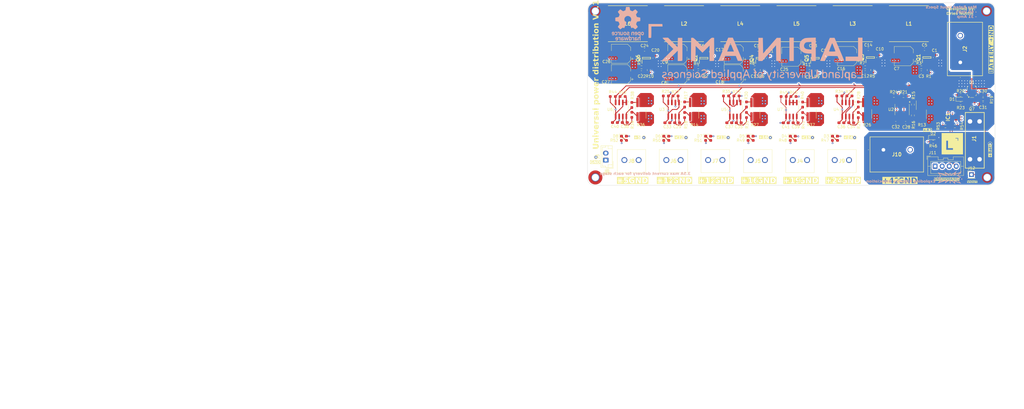
<source format=kicad_pcb>
(kicad_pcb (version 20240108) (generator "pcbnew") (generator_version "8.0")
  (title_block (title "${DOC_TYPE} Document") (date "2024-04-13") (rev "1.1") (company "${COMPANY}"))
  (layers (0 "F.Cu" signal "L1 Sig") (1 "In1.Cu" signal "L2 GND") (2 "In2.Cu" signal "L3 Sig") (3 "In3.Cu" signal "L4 PWR") (4 "In4.Cu" signal "L5 GND") (31 "B.Cu" signal "L6 PWR") (34 "B.Paste" user) (35 "F.Paste" user) (36 "B.SilkS" user "B.Silkscreen") (37 "F.SilkS" user "F.Silkscreen") (38 "B.Mask" user) (39 "F.Mask" user) (44 "Edge.Cuts" user))
  (property "BOARD_NAME" "Universal power distributor")
  (property "COMPANY" "Lapin AMK")
  (property "DESIGNER" "Dries Nuttin")
  (property "DOC_TYPE" "Fabrication")
  (property "PROJECT_NAME" "UPD")
  (property "RELEASE_DATE" "2025")
  (property "REVIEWER" "")
  (property "REVISION" "V 1.0")
  (property "VARIANT" "")
  (net 0 "")
  (net 1 "GND")
  (net 2 "Net-(Q1-FB)")
  (net 3 "Net-(Q2-FB)")
  (net 4 "Net-(Q1-CB)")
  (net 5 "Net-(Q1-SW)")
  (net 6 "Net-(Q2-SW)")
  (net 7 "Net-(Q2-CB)")
  (net 8 "Net-(Q3-FB)")
  (net 9 "Net-(Q4-FB)")
  (net 10 "Net-(Q3-CB)")
  (net 11 "Net-(Q3-SW)")
  (net 12 "Net-(Q4-SW)")
  (net 13 "Net-(Q4-CB)")
  (net 14 "Net-(Q5-FB)")
  (net 15 "Net-(Q6-FB)")
  (net 16 "Net-(Q5-CB)")
  (net 17 "Net-(Q5-SW)")
  (net 18 "Net-(Q6-CB)")
  (net 19 "Net-(Q6-SW)")
  (net 20 "Net-(U2-IN-)")
  (net 21 "Net-(U2-IN+)")
  (net 22 "Net-(U3-IN-)")
  (net 23 "Net-(U3-IN+)")
  (net 24 "Net-(U4-IN+)")
  (net 25 "Net-(U4-IN-)")
  (net 26 "Net-(U5-IN+)")
  (net 27 "Net-(U5-IN-)")
  (net 28 "Net-(U6-IN-)")
  (net 29 "Net-(U6-IN+)")
  (net 30 "Net-(U7-IN+)")
  (net 31 "Net-(U7-IN-)")
  (net 32 "Net-(D1-A)")
  (net 33 "Net-(D1-K)")
  (net 34 "Net-(D2-K)")
  (net 35 "+42V")
  (net 36 "+5V_out")
  (net 37 "Net-(D3-K)")
  (net 38 "Net-(D4-K)")
  (net 39 "Net-(D5-K)")
  (net 40 "Net-(D6-K)")
  (net 41 "Net-(D7-K)")
  (net 42 "Net-(D8-K)")
  (net 43 "IP+")
  (net 44 "INA_SDA")
  (net 45 "Net-(Q7-G)")
  (net 46 "Net-(R13-Pad2)")
  (net 47 "Net-(R14-Pad2)")
  (net 48 "Net-(R13-Pad3)")
  (net 49 "Net-(R14-Pad3)")
  (net 50 "Net-(U1-VIOUT)")
  (net 51 "INA_SCL")
  (net 52 "VIOUT")
  (net 53 "+24V")
  (net 54 "+12V_1")
  (net 55 "+19V")
  (net 56 "+12V_2")
  (net 57 "+16V")
  (net 58 "+5V_NS")
  (net 63 "+24V_out")
  (net 64 "+12V_1_out")
  (net 65 "+19V_out")
  (net 66 "+12V_2_out")
  (net 67 "+16V_out")
  (net 70 "+42V_out")
  (net 71 "Net-(R37-Pad3)")
  (net 72 "Net-(R36-Pad3)")
  (net 73 "Net-(R37-Pad2)")
  (net 74 "Net-(R36-Pad2)")
  (net 75 "Net-(R27-Pad3)")
  (net 76 "Net-(R26-Pad3)")
  (net 77 "Net-(R27-Pad2)")
  (net 78 "Net-(R26-Pad2)")
  (footprint "Resistor_SMD:R_0603_1608Metric_Pad0.98x0.95mm_HandSolder" (layer "F.Cu") (at 142.936142 99.020822)
    (property "Reference" "R51")
    (property "Value" "330")
  )
  (footprint "Library:SON50P250X250X100-9N-D" (layer "F.Cu") (at 231.075 90.924999)
    (property "Reference" "IC1")
    (property "Value" "STS30-DIS" (hide yes))
  )
  (footprint "Library:17761192" (layer "F.Cu") (at 128.05 106.019999)
    (property "Reference" "J6")
    (property "Value" "1776119-2" (hide yes))
  )
  (footprint "Resistor_SMD:R_0603_1608Metric_Pad0.98x0.95mm_HandSolder" (layer "F.Cu") (at 112.4875 83.4)
    (property "Reference" "R42")
    (property "Value" "10k")
  )
  (footprint "Library:17761192" (layer "F.Cu") (at 158.05 106.02)
    (property "Reference" "J5")
    (property "Value" "1776119-2" (hide yes))
  )
  (footprint "Capacitor_SMD:C_0603_1608Metric_Pad1.08x0.95mm_HandSolder" (layer "F.Cu") (at 164.15 69.8 90)
    (property "Reference" "C11")
    (property "Value" "2.2µF")
  )
  (footprint "Resistor_SMD:R_0603_1608Metric_Pad0.98x0.95mm_HandSolder" (layer "F.Cu") (at 156.56 86.244999 -90)
    (property "Reference" "R30")
    (property "Value" "R50")
  )
  (footprint "Resistor_SMD:R_0603_1608Metric_Pad0.98x0.95mm_HandSolder" (layer "F.Cu") (at 156.56 89.995 -90)
    (property "Reference" "R31")
    (property "Value" "R50")
  )
  (footprint "Resistor_SMD:R_0603_1608Metric_Pad0.98x0.95mm_HandSolder" (layer "F.Cu") (at 223 99.5)
    (property "Reference" "R46")
    (property "Value" "4k")
  )
  (footprint "Capacitor_SMD:CP_Elec_6.3x5.8" (layer "F.Cu") (at 172.55 69.269999 180)
    (property "Reference" "C25")
    (property "Value" "22µF")
  )
  (footprint "Resistor_SMD:R_0603_1608Metric_Pad0.98x0.95mm_HandSolder" (layer "F.Cu") (at 230.712499 93.999999)
    (property "Reference" "R54")
    (property "Value" "10k")
  )
  (footprint "Package_SO:SOIC-8_3.9x4.9mm_P1.27mm" (layer "F.Cu") (at 130.645 87.995 -90)
    (property "Reference" "U3")
    (property "Value" "INA219AxD")
  )
  (footprint "Library:SOT95P280X110-6N" (layer "F.Cu") (at 141.4 69.769998 90)
    (property "Reference" "Q2")
    (property "Value" "LMR51635XDDCR" (hide yes))
  )
  (footprint "LED_SMD:LED_0603_1608Metric_Pad1.05x0.95mm_HandSolder" (layer "F.Cu") (at 173.05 97.52)
    (property "Reference" "D4")
    (property "Value" "LED")
  )
  (footprint "MountingHole:MountingHole_2.5mm_Pad_TopOnly" (layer "F.Cu") (at 102.8 53)
    (property "Reference" "REF**" (hide yes))
    (property "Value" "MountingHole_2.5mm_Pad_TopOnly")
  )
  (footprint "Library:17761192" (layer "F.Cu") (at 173.050001 106.02)
    (property "Reference" "J4")
    (property "Value" "1776119-2" (hide yes))
  )
  (footprint "Capacitor_SMD:C_0603_1608Metric_Pad1.08x0.95mm_HandSolder" (layer "F.Cu") (at 113.265 92.67 180)
    (property "Reference" "C38")
    (property "Value" "0.1µF")
  )
  (footprint "LED_SMD:LED_0603_1608Metric_Pad1.05x0.95mm_HandSolder" (layer "F.Cu") (at 142.936142 97.53082)
    (property "Reference" "D7")
    (property "Value" "LED")
  )
  (footprint "TestPoint:TestPoint_THTPad_D1.0mm_Drill0.5mm" (layer "F.Cu") (at 103 105 -90)
    (property "Reference" "TP1" (hide yes))
    (property "Value" "TestPoint")
  )
  (footprint "Resistor_SMD:R_0603_1608Metric_Pad0.98x0.95mm_HandSolder" (layer "F.Cu") (at 179 73.27)
    (property "Reference" "R11")
    (property "Value" "194k")
  )
  (footprint "Library:7967392" (layer "F.Cu") (at 232.65 71.260001 90)
    (property "Reference" "J2")
    (property "Value" "796739-2" (hide yes))
  )
  (footprint "Capacitor_SMD:CP_Elec_6.3x5.8" (layer "F.Cu") (at 192.35 69.019999 180)
    (property "Reference" "C16")
    (property "Value" "22µF")
  )
  (footprint "Library:SOT95P280X110-6N" (layer "F.Cu") (at 121 69.75 90)
    (property "Reference" "Q6")
    (property "Value" "LMR51635XDDCR" (hide yes))
  )
  (footprint "Connector_JST:JST_EH_B2B-EH-A_1x02_P2.50mm_Vertical" (layer "F.Cu") (at 106.5 106.05 90)
    (property "Reference" "J3")
    (property "Value" "Conn_01x02")
  )
  (footprint "TestPoint:TestPoint_THTPad_D1.0mm_Drill0.5mm" (layer "F.Cu") (at 120.05 98.02 180)
    (property "Reference" "TP7" (hide yes))
    (property "Value" "TestPoint")
  )
  (footprint "Resistor_SMD:R_0603_1608Metric_Pad0.98x0.95mm_HandSolder" (layer "F.Cu") (at 198.787499 73)
    (property "Reference" "R7")
    (property "Value" "232k")
  )
  (footprint "Package_SO:SOIC-8_3.9x4.9mm_P1.27mm" (layer "F.Cu") (at 192.55 88.02 -90)
    (property "Reference" "U4")
    (property "Value" "INA219AxD")
  )
  (footprint "Resistor_SMD:R_0603_1608Metric_Pad0.98x0.95mm_HandSolder" (layer "F.Cu") (at 201.325 73.98 -90)
    (property "Reference" "R5")
    (property "Value" "10k2")
  )
  (footprint "Resistor_SMD:R_0603_1608Metric_Pad0.98x0.95mm_HandSolder" (layer "F.Cu") (at 121.762501 73.999999 -90)
    (property "Reference" "R10")
    (property "Value" "10k2")
  )
  (footprint "TestPoint:TestPoint_THTPad_D1.0mm_Drill0.5mm" (layer "F.Cu") (at 195.05 98.02 180)
    (property "Reference" "TP2" (hide yes))
    (property "Value" "TestPoint")
  )
  (footprint "Resistor_SMD:R_0603_1608Metric_Pad0.98x0.95mm_HandSolder" (layer "F.Cu") (at 196.345 89.995 -90)
    (property "Reference" "R29")
    (property "Value" "R50")
  )
  (footprint "Capacitor_SMD:C_0603_1608Metric_Pad1.08x0.95mm_HandSolder" (layer "F.Cu") (at 160.649999 66.769999)
    (property "Reference" "C15")
    (property "Value" "0.1µF")
  )
  (footprint "Capacitor_SMD:C_0603_1608Metric_Pad1.08x0.95mm_HandSolder" (layer "F.Cu") (at 120.3 66.75)
    (property "Reference" "C24")
    (property "Value" "0.1µF")
  )
  (footprint "Package_SO:SOIC-8_3.9x4.9mm_P1.27mm" (layer "F.Cu") (at 172.55 88.02 -90)
    (property "Reference" "U7")
    (property "Value" "INA219AxD")
  )
  (footprint "LED_SMD:LED_0603_1608Metric_Pad1.05x0.95mm_HandSolder" (layer "F.Cu") (at 158.05 97.519999)
    (property "Reference" "D5")
    (property "Value" "LED")
  )
  (footprint "Capacitor_SMD:C_0603_1608Metric_Pad1.08x0.95mm_HandSolder" (layer "F.Cu") (at 144.15 69.769998 90)
    (property "Reference" "C2")
    (property "Value" "2.2µF")
  )
  (footprint "Sensor_Current:Allegro_QFN-12-10-1EP_3x3mm_P0.5mm" (layer "F.Cu") (at 236.75 81.37 -90)
    (property "Reference" "U1")
    (property "Value" "ACS711xEXLT-31AB")
  )
  (footprint "Resistor_SMD:R_0603_1608Metric_Pad0.98x0.95mm_HandSolder" (layer "F.Cu") (at 134.555 86.25 -90)
    (property "Reference" "R17")
    (property "Value" "R50")
  )
  (footprint "Capacitor_SMD:CP_Elec_6.3x5.8" (layer "F.Cu") (at 132 75.52 180)
    (property "Reference" "C8")
    (property "Value" "10µF")
  )
  (footprint "LED_SMD:LED_0603_1608Metric_Pad1.05x0.95mm_HandSolder" (layer "F.Cu") (at 188.05 97.52)
    (property "Reference" "D3")
    (property "Value" "LED")
  )
  (footprint "Resistor_SMD:R_0603_1608Metric_Pad0.98x0.95mm_HandSolder" (layer "F.Cu") (at 232.749999 82.87)
    (property "Reference" "R20")
    (property "Value" "1k")
  )
  (footprint "Capacitor_SMD:C_0603_1608Metric_Pad1.08x0.95mm_HandSolder" (layer "F.Cu") (at 139.4 74.769999 180)
    (property "Reference" "C4")
    (property "Value" "DNP")
  )
  (footprint "Resistor_SMD:R_0603_1608Metric_Pad0.98x0.95mm_HandSolder" (layer "F.Cu") (at 189.6 83.2 180)
    (property "Reference" "R34")
    (property "Value" "10k")
  )
  (footprint "Resistor_SMD:R_0603_1608Metric_Pad0.98x0.95mm_HandSolder" (layer "F.Cu") (at 142 74 -90)
    (property "Reference" "R2")
    (property "Value" "10k2")
  )
  (footprint "Library:7967392" (layer "F.Cu") (at 205.29 102.37)
    (property "Reference" "J10")
    (property "Value" "796739-2" (hide yes))
  )
  (footprint "TestPoint:TestPoint_THTPad_D1.0mm_Drill0.5mm" (layer "F.Cu") (at 150.05 98.02 180)
    (property "Reference" "TP5" (hide yes))
    (property "Value" "TestPoint")
  )
  (footprint "Resistor_SMD:R_0603_1608Metric_Pad0.98x0.95mm_HandSolder" (layer "F.Cu") (at 134.555001 89.999999 -90)
    (property "Reference" "R18")
    (property "Value" "R50")
  )
  (footprint "Resistor_SMD:R_0603_1608Metric_Pad0.98x0.95mm_HandSolder" (layer "F.Cu") (at 176.55 90.02 -90)
    (property "Reference" "R41")
    (property "Value" "R50")
  )
  (footprint "Resistor_SMD:R_0603_1608Metric_Pad0.98x0.95mm_HandSolder" (layer "F.Cu") (at 112.9625 99.019999)
    (property "Reference" "R52")
    (property "Value" "330")
  )
  (footprint "Resistor_SMD:R_0603_1608Metric_Pad0.98x0.95mm_HandSolder" (layer "F.Cu") (at 227.35 94 180)
    (property "Reference" "R53")
    (property "Value" "10k")
  )
  (footprint "Resistor_SMD:R_0603_1608Metric_Pad0.98x0.95mm_HandSolder" (layer "F.Cu") (at 181.600001 74.2 -90)
    (property "Reference" "R9")
    (property "Value" "10k2")
  )
  (footprint "Capacitor_SMD:C_0603_1608Metric_Pad1.08x0.95mm_HandSolder" (layer "F.Cu") (at 183.75 69.77 90)
    (property "Reference" "C19")
    (property "Value" "2.2µF")
  )
  (footprint "Capacitor_SMD:C_0603_1608Metric_Pad1.08x0.95mm_HandSolder" (layer "F.Cu") (at 153.810001 92.744999 180)
    (property "Reference" "C35")
    (property "Value" "0.1µF")
  )
  (footprint "Library:R_shunt_different_pad_layout" (layer "F.Cu") (at 119.015 87.98 -90)
    (property "Reference" "R36")
    (property "Value" "0.1R")
  )
  (footprint "Resistor_SMD:R_0603_1608Metric_Pad0.98x0.95mm_HandSolder" (layer "F.Cu") (at 115.765 86.42 -90)
    (property "Reference" "R38")
    (property "Value" "R50")
  )
  (footprint "Resistor_SMD:R_0603_1608Metric_Pad0.98x0.95mm_HandSolder" (layer "F.Cu") (at 240.749999 84.369999)
    (property "Reference" "R19")
    (property "Value" "0R")
  )
  (footprint "Library:INDPM140128X650N" (layer "F.Cu") (at 134.35 57.5 180)
    (property "Reference" "L2")
    (property "Value" "22µH" (hide yes))
  )
  (footprint "Capacitor_SMD:CP_Elec_6.3x5.8" (layer "F.Cu") (at 111.925001 68.2 180)
    (property "Reference" "C26")
    (property "Value" "33µF")
  )
  (footprint "Resistor_SMD:R_0603_1608Metric_Pad0.98x0.95mm_HandSolder" (layer "F.Cu") (at 131.3125 83.2)
    (property "Reference" "R22")
    (property "Value" "10k")
  )
  (footprint "Capacitor_SMD:CP_Elec_6.3x5.8" (layer "F.Cu") (at 152.05 68.37 180)
    (property "Reference" "C17")
    (property "Value" "10µF")
  )
  (footprint "Resistor_SMD:R_0603_1608Metric_Pad0.98x0.95mm_HandSolder" (layer "F.Cu") (at 221.4 73.999999 -90)
    (property "Reference" "R1")
    (property "Value" "10k2")
  )
  (footprint "Resistor_SMD:R_0603_1608Metric_Pad0.98x0.95mm_HandSolder" (layer "F.Cu") (at 115.765 89.92 -90)
    (property "Reference" "R39")
    (property "Value" "R50")
  )
  (footprint "Capacitor_SMD:C_0603_1608Metric_Pad1.08x0.95mm_HandSolder" (layer "F.Cu") (at 213.187499 92.795 180)
    (property "Reference" "C28")
    (property "Value" "0.1µF")
  )
  (footprint "TestPoint:TestPoint_THTPad_D1.0mm_Drill0.5mm" (layer "F.Cu") (at 165.05 98.02 180)
    (property "Reference" "TP6" (hide yes))
    (property "Value" "TestPoint")
  )
  (footprint "Library:R_shunt_different_pad_layout" (layer "F.Cu") (at 179.55 87.995 -90)
    (property "Reference" "R37")
    (property "Value" "0.1R")
  )
  (footprint "Library:R_shunt_different_pad_layout" (layer "F.Cu") (at 199.345 87.995 -90)
    (property "Reference" "R26")
    (property "Value" "0.1R")
  )
  (footprint "Capacitor_SMD:C_0603_1608Metric_Pad1.08x0.95mm_HandSolder" (layer "F.Cu") (at 179.025002 75.02 180)
    (property "Reference" "C21")
    (property "Value" "DNP")
  )
  (footprint "Connector_JST:JST_XA_B04B-XASK-1_1x04_P2.50mm_Vertical" (layer "F.Cu") (at 223.7 108.2)
    (property "Reference" "J11")
    (property "Value" "Conn_01x04")
  )
  (footprint "Resistor_SMD:R_0603_1608Metric_Pad0.98x0.95mm_HandSolder" (layer "F.Cu") (at 209 83.2 180)
    (property "Reference" "R24")
    (property "Value" "10k")
  )
  (footprint "Library:INDPM140128X650N" (layer "F.Cu") (at 174.35 57.499999 180)
    (property "Reference" "L5")
    (property "Value" "33µH" (hide yes))
  )
  (footprint "Capacitor_SMD:C_0603_1608Metric_Pad1.08x0.95mm_HandSolder" (layer "F.Cu") (at 170.55 92.77 180)
    (property "Reference" "C41")
    (property "Value" "0.1µF")
  )
  (footprint "Capacitor_SMD:C_0603_1608Metric_Pad1.08x0.95mm_HandSolder" (layer "F.Cu") (at 128.417501 92.75 180)
    (property "Reference" "C33")
    (property "Value" "0.1µF")
  )
  (footprint "Library:R_shunt_different_pad_layout" (layer "F.Cu") (at 159.56 87.995 -90)
    (property "Reference" "R27")
    (property "Value" "0.1R")
  )
  (footprint "LED_SMD:LED_0603_1608Metric_Pad1.05x0.95mm_HandSolder" (layer "F.Cu") (at 232.749999 84.369999)
    (property "Reference" "D1")
    (property "Value" "LED")
  )
  (footprint "Capacitor_SMD:C_0603_1608Metric_Pad1.08x0.95mm_HandSolder" (layer "F.Cu") (at 123.800001 69.75 90)
    (property "Reference" "C20")
    (property "Value" "2.2µF")
  )
  (footprint "Resistor_SMD:R_0603_1608Metric_Pad0.98x0.95mm_HandSolder" (layer "F.Cu") (at 149.2875 83.2 180)
    (property "Reference" "R35")
    (property "Value" "10k")
  )
  (footprint "Resistor_SMD:R_0603_1608Metric_Pad0.98x0.95mm_HandSolder" (layer "F.Cu") (at 215.8 90.132499 -90)
    (property "Reference" "R16")
    (property "Value" "R50")
  )
  (footprint "Resistor_SMD:R_0603_1608Metric_Pad0.98x0.95mm_HandSolder" (layer "F.Cu") (at 119.2125 73)
    (property "Reference" "R12")
    (property "Value" "53k5")
  )
  (footprint "Capacitor_SMD:C_0603_1608Metric_Pad1.08x0.95mm_HandSolder" (layer "F.Cu") (at 193.845001 92.744999 180)
    (property "Reference" "C34")
    (property "Value" "0.1µF")
  )
  (footprint "Capacitor_SMD:C_0603_1608Metric_Pad1.08x0.95mm_HandSolder" (layer "F.Cu") (at 109.765 92.669999 180)
    (property "Reference" "C40")
    (property "Value" "0.1µF")
  )
  (footprint "TestPoint:TestPoint_THTPad_D1.0mm_Drill0.5mm" (layer "F.Cu") (at 135.05 98.02 180)
    (property "Reference" "TP3" (hide yes))
    (property "Value" "TestPoint")
  )
  (footprint "Capacitor_SMD:C_0603_1608Metric_Pad1.08x0.95mm_HandSolder" (layer "F.Cu") (at 140.65 66.77)
    (property "Reference" "C6")
    (property "Value" "0.1µF")
  )
  (footprint "Resistor_SMD:R_0603_1608Metric_Pad0.98x0.95mm_HandSolder" (layer "F.Cu") (at 139.4 73.02)
    (property "Reference" "R4")
    (property "Value" "143k")
  )
  (footprint "Resistor_SMD:R_0603_1608Metric_Pad0.98x0.95mm_HandSolder" (layer "F.Cu") (at 196.345001 86.244999 -90)
    (property "Reference" "R28")
    (property "Value" "R50")
  )
  (footprint "LED_SMD:LED_0603_1608Metric_Pad1.05x0.95mm_HandSolder" (layer "F.Cu") (at 223 98)
    (property "Reference" "D2")
    (property "Value" "LED")
  )
  (footprint "Resistor_SMD:R_0603_1608Metric_Pad0.98x0.95mm_HandSolder" (layer "F.Cu") (at 212.434216 83.230363)
    (property "Reference" "R21")
    (property "Value" "10k")
  )
  (footprint "Resistor_SMD:R_0603_1608Metric_Pad0.98x0.95mm_HandSolder" (layer "F.Cu") (at 232.750001 85.87)
    (property "Reference" "R23")
    (property "Value" "330")
  )
  (footprint "MountingHole:MountingHole_2.5mm_Pad_TopOnly" (layer "F.Cu") (at 242.2 112.2)
    (property "Reference" "REF**" (hide yes))
    (property "Value" "MountingHole_2.5mm_Pad_TopOnly")
  )
  (footprint "Capacitor_SMD:CP_Elec_6.3x5.8" (layer "F.Cu") (at 152 75.52 180)
    (property "Reference" "C18")
    (property "Value" "22µF")
  )
  (footprint "Resistor_SMD:R_0603_1608Metric_Pad0.98x0.95mm_HandSolder" (layer "F.Cu") (at 127.8875 83.2 180)
    (property "Reference" "R25")
    (property "Value" "10k")
  )
  (footprint "Library:17761192" (layer "F.Cu") (at 142.92 106.02)
    (property "Reference" "J7")
    (property "Value" "1776119-2" (hide yes))
  )
  (footprint "Resistor_SMD:R_0603_1608Metric_Pad0.98x0.95mm_HandSolder" (layer "F.Cu") (at 162 74 -90)
    (property "Reference" "R6")
    (property "Value" "10k2")
  )
  (footprint "Connector_PinHeader_2.54mm:PinHeader_1x01_P2.54mm_Vertical" (layer "F.Cu") (at 236.6 111.2)
    (property "Reference" "J12")
    (property "Value" "Conn_01x01")
  )
  (footprint "Capacitor_SMD:C_0603_1608Metric_Pad1.08x0.95mm_HandSolder" (layer "F.Cu") (at 199.912501 66.52)
    (property "Reference" "C14")
    (property "Value" "0.1µF")
  )
  (footprint "MountingHole:MountingHole_2.5mm_Pad_TopOnly" (layer "F.Cu") (at 102.8 112.2)
    (property "Reference" "REF**" (hide yes))
    (property "Value" "MountingHole_2.5mm_Pad_TopOnly")
  )
  (footprint "Resistor_SMD:R_0603_1608Metric_Pad0.98x0.95mm_HandSolder" (layer "F.Cu") (at 188.05 99.02)
    (property "Reference" "R47")
    (property "Value" "2.2k")
  )
  (footprint "Capacitor_SMD:C_0603_1608Metric_Pad1.08x0.95mm_HandSolder" (layer "F.Cu") (at 198.812501 74.7 180)
    (property "Reference" "C12")
    (property "Value" "DNP")
  )
  (footprint "Capacitor_SMD:C_0603_1608Metric_Pad1.08x0.95mm_HandSolder" (layer "F.Cu") (at 218.762501 74.77 180)
    (property "Reference" "C3")
    (property "Value" "DNP")
  )
  (footprint "Library:SOT95P280X110-6N" (layer "F.Cu") (at 200.662501 69.519999 90)
    (property "Reference" "Q3")
    (property "Value" "LMR51635XDDCR" (hide yes))
  )
  (footprint "Capacitor_SMD:C_0603_1608Metric_Pad1.08x0.95mm_HandSolder" (layer "F.Cu") (at 150.447499 92.744999 180)
    (property "Reference" "C37")
    (property "Value" "0.1µF")
  )
  (footprint "Library:SOT95P280X110-6N" (layer "F.Cu") (at 161.45 69.769998 90)
    (property "Reference" "Q4")
    (property "Value" "LMR51635XDDCR" (hide yes))
  )
  (footprint "Resistor_SMD:R_0603_1608Metric_Pad0.98x0.95mm_HandSolder" (layer "F.Cu") (at 158.05 99.019999)
    (property "Reference" "R49")
    (property "Value" "1.4k")
  )
  (footprint "Resistor_SMD:R_0603_1608Metric_Pad0.98x0.95mm_HandSolder" (layer "F.Cu") (at 193.2 83.2)
    (property "Reference" "R32")
    (property "Value" "10k")
  )
  (footprint "Library:R_shunt_different_pad_layout" (layer "F.Cu") (at 218.8 88.105 -90)
    (property "Reference" "R13")
    (property "Value" "0.1R")
  )
  (footprint "Library:R_shunt_different_pad_layout" (layer "F.Cu") (at 137.78 87.97 -90)
    (property "Reference" "R14")
    (property "Value" "0.1R")
  )
  (footprint "Images:lapin_amk_round_logo" (layer "F.Cu") (at 229.8 100.2)
    (property "Reference" "G***" (hide yes))
    (property "Value" "LOGO" (hide yes))
  )
  (footprint "Capacitor_SMD:CP_Elec_6.3x5.8" (layer "F.Cu") (at 111.925001 75.45 180)
    (property "Reference" "C27")
    (property "Value" "33µF")
  )
  (footprint "TestPoint:TestPoint_THTPad_D1.0mm_Drill0.5mm" (layer "F.Cu") (at 243.25 100.25 90)
    (property "Reference" "TP8" (hide yes))
    (property "Value" "TestPoint")
  )
  (footprint "Library:INDPM140128X650N" (layer "F.Cu") (at 114.350001 57.5 180)
    (property "Reference" "L6")
    (property "Value" "15µH" (hide yes))
  )
  (footprint "Resistor_SMD:R_0603_1608Metric_Pad0.98x0.95mm_HandSolder" (layer "F.Cu") (at 173.2875 83.4)
    (property "Reference" "R43")
    (property "Value" "10k")
  )
  (footprint "Resistor_SMD:R_0603_1608Metric_Pad0.98x0.95mm_HandSolder" (layer "F.Cu") (at 159.4875 73.019998)
    (property "Reference" "R8")
    (property "Value" "143k")
  )
  (footprint "Resistor_SMD:R_0603_1608Metric_Pad0.98x0.95mm_HandSolder" (layer "F.Cu") (at 176.55 86.27 -90)
    (property "Reference" "R40")
    (property "Value" "R50")
  )
  (footprint "Capacitor_SMD:C_0603_1608Metric_Pad1.08x0.95mm_HandSolder" (layer "F.Cu") (at 174.05 92.77 180)
    (property "Reference" "C39")
    (property "Value" "0.1µF")
  )
  (footprint "Package_SO:SOIC-8_3.9x4.9mm_P1.27mm" (layer "F.Cu") (at 152.550001 88.019999 -90)
    (property "Reference" "U5")
    (property "Value" "INA219AxD")
  )
  (footprint "TestPoint:TestPoint_THTPad_D1.0mm_Drill0.5mm" (layer "F.Cu") (at 180.05 98.02 180)
    (property "Reference" "TP4" (hide yes))
    (property "Value" "TestPoint")
  )
  (footprint "Capacitor_SMD:CP_Elec_6.3x5.8" (layer "F.Cu") (at 132 68.27 180)
    (property "Reference" "C9")
    (property "Value" "22µF")
  )
  (footprint "Resistor_SMD:R_0603_1608Metric_Pad0.98x0.95mm_HandSolder" (layer "F.Cu") (at 169.8 83.4 180)
    (property "Reference" "R45")
    (property "Value" "10k")
  )
  (footprint "Capacitor_SMD:C_0603_1608Metric_Pad1.08x0.95mm_HandSolder" (layer "F.Cu") (at 190.345 92.745 180)
    (property "Reference" "C36")
    (property "Value" "0.1µF")
  )
  (footprint "Package_TO_SOT_SMD:SOT-23" (layer "F.Cu") (at 236.812498 85.32)
    (property "Reference" "Q7")
    (property "Value" "BSS84")
  )
  (footprint "Capacitor_SMD:C_0603_1608Metric_Pad1.08x0.95mm_HandSolder" (layer "F.Cu") (at 131.917502 92.75 180)
    (property "Reference" "C29")
    (property "Value" "0.1µF")
  )
  (footprint "Capacitor_SMD:C_0603_1608Metric_Pad1.08x0.95mm_HandSolder" (layer "F.Cu") (at 240.749999 82.87)
    (property "Reference" "C30")
    (property "Value" "0.1µF")
  )
  (footprint "Library:SOT95P280X110-6N" (layer "F.Cu") (at 220.775003 69.519999 90)
    (property "Reference" "Q1")
    (property "Value" "LMR51635XDDCR" (hide yes))
  )
  (footprint "Library:INDPM140128X650N" (layer "F.Cu") (at 194.35 57.5 180)
    (property "Reference" "L3")
    (property "Value" "33µH" (hide yes))
  )
  (footprint "Capacitor_SMD:C_0603_1608Metric_Pad1.08x0.95mm_HandSolder" (layer "F.Cu") (at 209.687499 92.795 180)
    (property "Reference" "C32")
    (property "Value" "0.1µF")
  )
  (footprint "MountingHole:MountingHole_2.5mm_Pad_TopOnly" (layer "F.Cu") (at 242 53)
    (property "Reference" "REF**" (hide yes))
    (property "Value" "MountingHole_2.5mm_Pad_TopOnly")
  )
  (footprint "Library:17761192" (layer "F.Cu") (at 113.120001 106.02)
    (property "Reference" "J8")
    (property "Value" "1776119-2" (hide yes))
  )
  (footprint "Resistor_SMD:R_0603_1608Metric_Pad0.98x0.95mm_HandSolder" (layer "F.Cu") (at 109 83.4 180)
    (property "Reference" "R44")
    (property "Value" "10k")
  )
  (footprint "Capacitor_SMD:C_0603_1608Metric_Pad1.08x0.95mm_HandSolder" (layer "F.Cu") (at 240.749999 85.87 180)
    (property "Reference" "C31")
    (property "Value" "0.1µF")
  )
  (footprint "Resistor_SMD:R_0603_1608Metric_Pad0.98x0.95mm_HandSolder" (layer "F.Cu") (at 153 83.2)
    (property "Reference" "R33")
    (property "Value" "10k")
  )
  (footprint "Resistor_SMD:R_0603_1608Metric_Pad0.98x0.95mm_HandSolder" (layer "F.Cu") (at 218.775003 73.02)
    (property "Reference" "R3")
    (property "Value" "295k")
  )
  (footprint "Capacitor_SMD:C_0603_1608Metric_Pad1.08x0.95mm_HandSolder" (layer "F.Cu") (at 203.4125 69.52 90)
    (property "Reference" "C10")
    (property "Value" "2.2µF")
  )
  (footprint "Library:SOT95P280X110-6N" (layer "F.Cu") (at 181 69.769999 90)
    (property "Reference" "Q5")
    (property "Value" "LMR51635XDDCR" (hide yes))
  )
  (footprint "Library:INDPM140128X650N" (layer "F.Cu") (at 154.35 57.5 180)
    (property "Reference" "L4")
    (property "Value" "22µH" (hide yes))
  )
  (footprint "Capacitor_SMD:C_0603_1608Metric_Pad1.08x0.95mm_HandSolder" (layer "F.Cu") (at 223.525002 69.520001 90)
    (property "Reference" "C1")
    (property "Value" "2.2µF")
  )
  (footprint "Resistor_SMD:R_0603_1608Metric_Pad0.98x0.95mm_HandSolder" (layer "F.Cu") (at 128.027117 99.026393)
    (property "Reference" "R50")
    (property "Value" "1k")
  )
  (footprint "Library:INDPM140128X650N" (layer "F.Cu") (at 214.35 57.5 180)
    (property "Reference" "L1")
    (property "Value" "33µH" (hide yes))
  )
  (footprint "Capacitor_SMD:CP_Elec_6.3x5.8" (layer "F.Cu") (at 212.550001 69.02 180)
    (property "Reference" "C7")
    (property "Value" "22µF")
  )
  (footprint "LED_SMD:LED_0603_1608Metric_Pad1.05x0.95mm_HandSolder" (layer "F.Cu") (at 112.9625 97.519999)
    (property "Reference" "D8")
    (property "Value" "LED")
  )
  (footprint "Capacitor_SMD:C_0603_1608Metric_Pad1.08x0.95mm_HandSolder" (layer "F.Cu") (at 219.912501 66.52)
    (property "Reference" "C5")
    (property "Value" "0.1µF")
  )
  (footprint "Capacitor_SMD:C_0603_1608Metric_Pad1.08x0.95mm_HandSolder" (layer "F.Cu") (at 180.250001 66.77)
    (property "Reference" "C23")
    (property "Value" "0.1µF")
  )
  (footprint "Library:17761192" (layer "F.Cu") (at 187.97 106.02)
    (property "Reference" "J9")
    (property "Value" "1776119-2" (hide yes))
  )
  (footprint "LED_SMD:LED_0603_1608Metric_Pad1.05x0.95mm_HandSolder" (layer "F.Cu") (at 128.027117 97.526393)
    (property "Reference" "D6")
    (property "Value" "LED")
  )
  (footprint "Capacitor_SMD:C_0603_1608Metric_Pad1.08x0.95mm_HandSolder" (layer "F.Cu") (at 159.4875 74.77 180)
    (property "Reference" "C13")
    (property "Value" "DNP")
  )
  (footprint "Package_SO:SOIC-8_3.9x4.9mm_P1.27mm" (layer "F.Cu") (at 211.955 88.045001 -90)
    (property "Reference" "U2")
    (property "Value" "INA219AxD")
  )
  (footprint "Resistor_SMD:R_0603_1608Metric_Pad0.98x0.95mm_HandSolder" (layer "F.Cu") (at 173.05 99.02)
    (property "Reference" "R48")
    (property "Value" "1.8k")
  )
  (footprint "Resistor_SMD:R_0603_1608Metric_Pad0.98x0.95mm_HandSolder" (layer "F.Cu") (at 215.8 86.295 -90)
    (property "Reference" "R15")
    (property "Value" "R50")
  )
  (footprint "Package_SO:SOIC-8_3.9x4.9mm_P1.27mm" (layer "F.Cu") (at 111.915 87.995 -90)
    (property "Reference" "U6")
    (property "Value" "INA219AxD")
  )
  (footprint "Library:3557-2" (layer "F.Cu") (at 237.8 99 -90)
    (property "Reference" "J1")
    (property "Value" "25A Fuse holder" (hide yes))
  )
  (footprint "Capacitor_SMD:C_0603_1608Metric_Pad1.08x0.95mm_HandSolder" (layer "F.Cu") (at 119.175002 74.75 180)
    (property "Reference" "C22")
    (property "Value" "DNP")
  )
  (footprint "Symbol:OSHW-Logo_11.4x12mm_SilkScreen" (layer "B.Cu") (at 114.350001 57.5 180)
    (property "Reference" "REF**" (hide yes))
    (property "Value" "OSHW-Logo_11.4x12mm_SilkScreen" (hide yes))
  )
  (footprint "Images:Lapin_amk_logo" (layer "B.Cu") (at 159.675 67.644998 180)
    (property "Reference" "G***" (hide yes))
    (property "Value" "LOGO" (hide yes))
  )
  (footprint "Images:explosion_2" (layer "B.Cu") (at 228.8 112.2 180)
    (property "Reference" "G***" (hide yes))
    (property "Value" "LOGO" (hide yes))
  )
  (gr_arc (start 100 52.5) (mid 100.732233 50.732233) (end 102.5 50) (stroke (width 0.1)) (layer "Edge.Cuts"))
  (gr_line (start 100 112.5) (end 100 52.5) (stroke (width 0.1)) (layer "Edge.Cuts"))
  (gr_arc (start 244.999999 112.499999) (mid 244.267767 114.267766) (end 242.5 114.999999) (stroke (width 0.1)) (layer "Edge.Cuts"))
  (gr_line (start 245 52.5) (end 244.999999 112.499999) (stroke (width 0.1)) (layer "Edge.Cuts"))
  (gr_arc (start 242.5 50) (mid 244.267767 50.732233) (end 245 52.5) (stroke (width 0.1)) (layer "Edge.Cuts"))
  (gr_line (start 242.5 114.999999) (end 102.5 114.999999) (stroke (width 0.1)) (layer "Edge.Cuts"))
  (gr_arc (start 102.5 114.999999) (mid 100.732234 114.267766) (end 100.000001 112.5) (stroke (width 0.1)) (layer "Edge.Cuts"))
  (gr_line (start 102.5 50) (end 242.5 50) (stroke (width 0.1)) (layer "Edge.Cuts"))
  (gr_text "Max Rated Input Specs\n- 60 Volts      \n- 31 Amp       \n" (at 238.5 55.6 0) (layer "B.SilkS") (effects (font (size 1 1) (thickness 0.25) (bold yes)) (justify left bottom mirror)))
  (gr_text "3.5A max current delivery for each stage\n" (at 136.669999 111.469999 0) (layer "B.SilkS") (effects (font (size 1 1) (thickness 0.25) (bold yes)) (justify left bottom mirror)))
  (gr_text "Exploding Robotics Association" (at 223.8 114.2 0) (layer "B.SilkS") (effects (font (size 1 1) (thickness 0.25) (bold yes)) (justify left bottom mirror)))
  (gr_text "+12\n" (at 146 98.6 0) (layer "F.SilkS" knockout) (effects (font (size 1 1) (thickness 0.25) (bold yes)) (justify left bottom)))
  (gr_text "+16\n" (at 154.6 114.6 0) (layer "F.SilkS" knockout) (effects (font (size 2 2) (thickness 0.3) (bold yes)) (justify left bottom)))
  (gr_text "GND|5V\n" (at 223.373954 113.180554 0) (layer "F.SilkS" knockout) (effects (font (size 0.7 0.7) (thickness 0.125) (bold yes)) (justify left bottom)))
  (gr_text "+24\n" (at 184.6 114.6 0) (layer "F.SilkS" knockout) (effects (font (size 2 2) (thickness 0.3) (bold yes)) (justify left bottom)))
  (gr_text "+19\n" (at 176.2 98.6 0) (layer "F.SilkS" knockout) (effects (font (size 1 1) (thickness 0.25) (bold yes)) (justify left bottom)))
  (gr_text "GND\n" (at 105.8 111.2 0) (layer "F.SilkS" knockout) (effects (font (size 0.7 0.7) (thickness 0.125) (bold yes)) (justify left bottom)))
  (gr_text "VIOUT\n" (at 235.2 114.2 0) (layer "F.SilkS" knockout) (effects (font (size 0.7 0.7) (thickness 0.125) (bold yes)) (justify left bottom)))
  (gr_text "Universal power distribution V1.1\n" (at 104.25 102.25 90) (layer "F.SilkS") (effects (font (size 2 2) (thickness 0.3) (bold yes)) (justify left bottom)))
  (gr_text "+24\n" (at 191.2 98.6 0) (layer "F.SilkS" knockout) (effects (font (size 1 1) (thickness 0.25) (bold yes)) (justify left bottom)))
  (gr_text "GND" (at 101 106.25 0) (layer "F.SilkS" knockout) (effects (font (size 1 1) (thickness 0.25) (bold yes)) (justify left top)))
  (gr_text "GND" (at 130.2 114.6 0) (layer "F.SilkS" knockout) (effects (font (size 2 2) (thickness 0.3) (bold yes)) (justify left bottom)))
  (gr_text "+42\n" (at 204.834655 114.63889 0) (layer "F.SilkS" knockout) (effects (font (size 2 2) (thickness 0.3) (bold yes)) (justify left bottom)))
  (gr_text "+12" (at 124.6 114.6 0) (layer "F.SilkS" knockout) (effects (font (size 2 2) (thickness 0.3) (bold yes)) (justify left bottom)))
  (gr_text "+12\n" (at 131 98.6 0) (layer "F.SilkS" knockout) (effects (font (size 1 1) (thickness 0.25) (bold yes)) (justify left bottom)))
  (gr_text "5V\n" (at 106.2 110.2 0) (layer "F.SilkS" knockout) (effects (font (size 0.7 0.7) (thickness 0.125) (bold yes)) (justify left bottom)))
  (gr_text "+12" (at 139.4 114.6 0) (layer "F.SilkS" knockout) (effects (font (size 2 2) (thickness 0.3) (bold yes)) (justify left bottom)))
  (gr_text "Designed by:\nDries Nuttin" (at 227.7 54.5 0) (layer "F.SilkS") (effects (font (size 1 1) (thickness 0.25) (bold yes)) (justify left bottom)))
  (gr_text "+16\n\n" (at 161 100.2 0) (layer "F.SilkS" knockout) (effects (font (size 1 1) (thickness 0.25) (bold yes)) (justify left bottom)))
  (gr_text "GND" (at 145 114.6 0) (layer "F.SilkS" knockout) (effects (font (size 2 2) (thickness 0.3) (bold yes)) (justify left bottom)))
  (gr_text "SDA|SCL" (at 227.618522 113.179371 0) (layer "F.SilkS" knockout) (effects (font (size 0.7 0.7) (thickness 0.125) (bold yes)) (justify left bottom)))
  (gr_text "GND" (at 175.2 114.6 0) (layer "F.SilkS" knockout) (effects (font (size 2 2) (thickness 0.3) (bold yes)) (justify left bottom)))
  (gr_text "GND" (at 160.2 114.6 0) (layer "F.SilkS" knockout) (effects (font (size 2 2) (thickness 0.3) (bold yes)) (justify left bottom)))
  (gr_text "GND" (at 244.6 63.4 90) (layer "F.SilkS" knockout) (effects (font (size 1.5 1.5) (thickness 0.3) (bold yes)) (justify left bottom)))
  (gr_text "BATTERY +" (at 244.6 75.2 90) (layer "F.SilkS" knockout) (effects (font (size 1.5 1.5) (thickness 0.3) (bold yes)) (justify left bottom)))
  (gr_text "+19\n" (at 169.6 114.6 0) (layer "F.SilkS" knockout) (effects (font (size 2 2) (thickness 0.3) (bold yes)) (justify left bottom)))
  (gr_text "GND" (at 190.2 114.6 0) (layer "F.SilkS" knockout) (effects (font (size 2 2) (thickness 0.3) (bold yes)) (justify left bottom)))
  (gr_text "GND" (at 114.6 114.6 0) (layer "F.SilkS" knockout) (effects (font (size 2 2) (thickness 0.3) (bold yes)) (justify left bottom)))
  (gr_text "+42\n" (at 219.4 96 0) (layer "F.SilkS" knockout) (effects (font (size 1 1) (thickness 0.25) (bold yes)) (justify left bottom)))
  (gr_text "+5" (at 110.4 114.6 0) (layer "F.SilkS" knockout) (effects (font (size 2 2) (thickness 0.3) (bold yes)) (justify left bottom)))
  (gr_text "+5" (at 116.6 98.6 0) (layer "F.SilkS" knockout) (effects (font (size 1 1) (thickness 0.25) (bold yes)) (justify left bottom)))
  (gr_text "+Batt" (at 242.75 105 90) (layer "F.SilkS" knockout) (effects (font (size 1 1) (thickness 0.25) (bold yes)) (justify left top)))
  (gr_text "GND" (at 210.4 114.6 0) (layer "F.SilkS" knockout) (effects (font (size 2 2) (thickness 0.3) (bold yes)) (justify left bottom)))
  (segment (start 171.915 92.267501) (end 171.412501 92.77) (width 0.2) (layer "F.Cu") (net 1))
  (segment (start 223.525002 68.6575) (end 224.4075 68.6575) (width 0.3) (layer "F.Cu") (net 1))
  (segment (start 229.875 90.675) (end 230.825 90.675) (width 0.2) (layer "F.Cu") (net 1))
  (segment (start 230.825 90.675) (end 231.075 90.924999) (width 0.2) (layer "F.Cu") (net 1))
  (segment (start 213.86 85.57) (end 212.59 85.569999) (width 0.3) (layer "F.Cu") (net 1))
  (segment (start 233.662501 85.87) (end 235.0925 87.3) (width 0.3) (layer "F.Cu") (net 1))
  (segment (start 222.0875 99.5) (end 221 99.5) (width 0.3) (layer "F.Cu") (net 1))
  (segment (start 211.320001 92.025) (end 210.55 92.795) (width 0.3) (layer "F.Cu") (net 1))
  (segment (start 163 74.8) (end 162.03125 74.8) (width 0.3) (layer "F.Cu") (net 1))
  (segment (start 212.59 88.833738) (end 211.32 90.103738) (width 0.3) (layer "F.Cu") (net 1))
  (segment (start 183.75 68.907499) (end 182.3375 68.907499) (width 0.3) (layer "F.Cu") (net 1))
  (segment (start 191.915 89.059999) (end 191.915 90.495) (width 0.3) (layer "F.Cu") (net 1))
  (segment (start 222.4 74.9125) (end 221.4 74.9125) (width 0.3) (layer "F.Cu") (net 1))
  (segment (start 231.325 90.675) (end 231.075 90.924999) (width 0.2) (layer "F.Cu") (net 1))
  (segment (start 232.275 90.675) (end 233.170246 90.675) (width 0.2) (layer "F.Cu") (net 1))
  (segment (start 193.8875 87.087499) (end 193.8875 87.0875) (width 0.3) (layer "F.Cu") (net 1))
  (segment (start 130.01 92.020002) (end 129.280002 92.75) (width 0.3) (layer "F.Cu") (net 1))
  (segment (start 193.887499 87.087499) (end 191.915 89.059999) (width 0.3) (layer "F.Cu") (net 1))
  (segment (start 111.28 91.8) (end 111.28 90.47) (width 0.3) (layer "F.Cu") (net 1))
  (segment (start 235.0925 87.3) (end 238.457498 87.3) (width 0.3) (layer "F.Cu") (net 1))
  (segment (start 187.200001 100) (end 187.2 98.957322) (width 0.2) (layer "F.Cu") (net 1))
  (segment (start 194.455 86.519999) (end 193.8875 87.087499) (width 0.3) (layer "F.Cu") (net 1))
  (segment (start 143 74.8) (end 142.03125 74.8) (width 0.3) (layer "F.Cu") (net 1))
  (segment (start 182.6 75) (end 181.63125 75) (width 0.3) (layer "F.Cu") (net 1))
  (segment (start 238.457498 87.3) (end 239.887498 85.87) (width 0.3) (layer "F.Cu") (net 1))
  (segment (start 234.499999 81.6) (end 235.299999 81.6) (width 0.3) (layer "F.Cu") (net 1))
  (segment (start 157.25 99.991249) (end 157.25 98.87375) (width 0.2) (layer "F.Cu") (net 1))
  (segment (start 234.449999 81.55) (end 234.499999 81.6) (width 0.3) (layer "F.Cu") (net 1))
  (segment (start 222.112503 68.6575) (end 221.725003 68.27) (width 0.3) (layer "F.Cu") (net 1))
  (segment (start 144.15 68.907497) (end 142.737498 68.907496) (width 0.3) (layer "F.Cu") (net 1))
  (segment (start 112.1625 99.991249) (end 112.1625 98.87375) (width 0.2) (layer "F.Cu") (net 1))
  (segment (start 239.887498 85.87) (end 239.129999 85.87) (width 0.2) (layer "F.Cu") (net 1))
  (segment (start 130.01 91.8) (end 130.01 92.020002) (width 0.3) (layer "F.Cu") (net 1))
  (segment (start 151.915 92.14) (end 151.31 92.745) (width 0.3) (layer "F.Cu") (net 1))
  (segment (start 212.59 85.569999) (end 212.59 88) (width 0.3) (layer "F.Cu") (net 1))
  (segment (start 130.01 90.47) (end 130.01 91.8) (width 0.3) (layer "F.Cu") (net 1))
  (segment (start 110.627501 92.669999) (end 111.28 92.0175) (width 0.3) (layer "F.Cu") (net 1))
  (segment (start 171.915 91.999999) (end 171.915 92.267501) (width 0.2) (layer "F.Cu") (net 1))
  (segment (start 223.525002 68.6575) (end 222.112503 68.6575) (width 0.3) (layer "F.Cu") (net 1))
  (segment (start 123.8 68.887499) (end 122.337499 68.887499) (width 0.3) (layer "F.Cu") (net 1))
  (segment (start 122.337499 68.887499) (end 121.950001 68.5) (width 0.3) (layer "F.Cu") (net 1))
  (segment (start 241.6125 82.87) (end 242.629999 82.87) (width 0.2) (layer "F.Cu") (net 1))
  (segment (start 232.275001 90.174999) (end 231.825 90.174999) (width 0.2) (layer "F.Cu") (net 1))
  (segment (start 201.612501 68.269999) (end 202.000002 68.657499) (width 0.3) (layer "F.Cu") (net 1))
  (segment (start 203.4125 68.72) (end 204.294999 68.72) (width 0.3) (layer "F.Cu") (net 1))
  (segment (start 242.629999 82.87) (end 242.699999 82.8) (width 0.2) (layer "F.Cu") (net 1))
  (segment (start 151.915 90.495) (end 151.915 92) (width 0.3) (layer "F.Cu") (net 1))
  (segment (start 142.136143 99.992071) (end 142.136142 98.874571) (width 0.2) (layer "F.Cu") (net 1))
  (segment (start 127.227117 99.997643) (end 127.227117 98.880143) (width 0.2) (layer "F.Cu") (net 1))
  (segment (start 202.2 74.8) (end 202.18 74.78) (width 0.3) (layer "F.Cu") (net 1))
  (segment (start 142.737498 68.907496) (end 142.35 68.519998) (width 0.3) (layer "F.Cu") (net 1))
  (segment (start 191.915 92.037501) (end 191.207501 92.745) (width 0.3) (layer "F.Cu") (net 1))
  (segment (start 162.817501 68.937499) (end 162.4 68.519998) (width 0.3) (layer "F.Cu") (net 1))
  (segment (start 123.8 68.95) (end 124.682498 68.95) (width 0.3) (layer "F.Cu") (net 1))
  (segment (start 122.799999 74.799999) (end 121.79375 74.799999) (width 0.3) (layer "F.Cu") (net 1))
  (segment (start 202.000002 68.657499) (end 203.4125 68.657499) (width 0.3) (layer "F.Cu") (net 1))
  (segment (start 194.455 85.545) (end 194.455 86.519999) (width 0.3) (layer "F.Cu") (net 1))
  (segment (start 191.915 90.495) (end 191.915 92.037501) (width 0.3) (layer "F.Cu") (net 1))
  (segment (start 144.15 68.969998) (end 145.032498 68.969997) (width 0.3) (layer "F.Cu") (net 1))
  (segment (start 193.8875 87.0875) (end 193.887499 87.087499) (width 0.3) (layer "F.Cu") (net 1))
  (segment (start 164.15 69) (end 165.032499 69) (width 0.3) (layer "F.Cu") (net 1))
  (segment (start 172.25 99.99125) (end 172.25 98.87375) (width 0.2) (layer "F.Cu") (net 1))
  (segment (start 122.8 74.8) (end 122.799999 74.799999) (width 0.3) (layer "F.Cu") (net 1))
  (segment (start 131.28 85.519999) (end 131.28 86.92) (width 0.3) (layer "F.Cu") (net 1))
  (segment (start 183.75 68.97) (end 184.632498 68.97) (width 0.3) (layer "F.Cu") (net 1))
  (segment (start 211.32 90.52) (end 211.320001 92.025) (width 0.3) (layer "F.Cu") (net 1))
  (segment (start 211.32 90.103738) (end 211.32 90.52) (width 0.3) (layer "F.Cu") (net 1))
  (segment (start 164.15 68.937499) (end 162.817501 68.937499) (width 0.3) (layer "F.Cu") (net 1))
  (segment (start 212.59 88) (end 212.59 88.833738) (width 0.3) (layer "F.Cu") (net 1))
  (segment (start 111.28 92.0175) (end 111.28 91.8) (width 0.3) (layer "F.Cu") (net 1))
  (segment (start 231.825 90.174999) (end 231.075 90.924999) (width 0.2) (layer "F.Cu") (net 1))
  (segment (start 202.18 74.78) (end 201.35625 74.78) (width 0.3) (layer "F.Cu") (net 1))
  (segment (start 171.915 90.495) (end 171.915 91.999999) (width 0.2) (layer "F.Cu") (net 1))
  (segment (start 232.275 90.675) (end 231.325 90.675) (width 0.2) (layer "F.Cu") (net 1))
  (segment (start 231.075 90.924999) (end 231.075 92.079753) (width 0.2) (layer "F.Cu") (net 1))
  (segment (start 182.3375 68.907499) (end 181.95 68.519999) (width 0.3) (layer "F.Cu") (net 1))
  (segment (start 239.129999 85.87) (end 238.949999 86.05) (width 0.2) (layer "F.Cu") (net 1))
  (segment (start 231.075 92.079753) (end 231.170246 92.174999) (width 0.2) (layer "F.Cu") (net 1))
  (segment (start 151.915 92) (end 151.915 92.14) (width 0.3) (layer "F.Cu") (net 1))
  (via (at 109.034207 69.760446) (size 0.6) (drill 0.3) (layers "F.Cu" "B.Cu") (net 1))
  (via (at 208.6 70.6) (size 0.6) (drill 0.3) (layers "F.Cu" "B.Cu") (net 1))
  (via (at 143 74.8) (size 0.6) (drill 0.3) (layers "F.Cu" "B.Cu") (net 1))
  (via (at 148.200001 70) (size 0.6) (drill 0.3) (layers "F.Cu" "B.Cu") (net 1))
  (via (at 238.949999 86.05) (size 0.6) (drill 0.3) (layers "F.Cu" "B.Cu") (net 1))
  (via (at 169.6 70.8) (size 0.6) (drill 0.3) (layers "F.Cu" "B.Cu") (net 1))
  (via (at 129.0778 69.840307) (size 0.6) (drill 0.3) (layers "F.Cu" "B.Cu") (net 1))
  (via (at 151.915 92) (size 0.6) (drill 0.3) (layers "F.Cu" "B.Cu") (net 1))
  (via (at 209.6 70.6) (size 0.6) (drill 0.3) (layers "F.Cu" "B.Cu") (net 1))
  (via (at 110.034208 69.760446) (size 0.6) (drill 0.3) (layers "F.Cu" "B.Cu") (net 1))
  (via (at 127.227117 99.997643) (size 0.6) (drill 0.3) (layers "F.Cu" "B.Cu") (net 1))
  (via (at 122.8 74.8) (size 0.6) (drill 0.3) (layers "F.Cu" "B.Cu") (net 1))
  (via (at 150.076825 77.099611) (size 0.6) (drill 0.3) (layers "F.Cu" "B.Cu") (net 1))
  (via (at 168.6 70.8) (size 0.6) (drill 0.3) (layers "F.Cu" "B.Cu") (net 1))
  (via (at 150.2 70) (size 0.6) (drill 0.3) (layers "F.Cu" "B.Cu") (net 1))
  (via (at 231.108777 92.2) (size 0.6) (drill 0.3) (layers "F.Cu" "B.Cu") (net 1))
  (via (at 109 77) (size 0.6) (drill 0.3) (layers "F.Cu" "B.Cu") (net 1))
  (via (at 131.28 86.92) (size 0.6) (drill 0.3) (layers "F.Cu" "B.Cu") (net 1))
  (via (at 184.632498 68.97) (size 0.6) (drill 0.3) (layers "F.Cu" "B.Cu") (net 1))
  (via (at 130.01 91.8) (size 0.6) (drill 0.3) (layers "F.Cu" "B.Cu") (net 1))
  (via (at 187.200001 100) (size 0.6) (drill 0.3) (layers "F.Cu" "B.Cu") (net 1))
  (via (at 145.032498 68.969997) (size 0.6) (drill 0.3) (layers "F.Cu" "B.Cu") (net 1))
  (via (at 189.4 70.6) (size 0.6) (drill 0.3) (layers "F.Cu" "B.Cu") (net 1))
  (via (at 222.4 74.9125) (size 0.6) (drill 0.3) (layers "F.Cu" "B.Cu") (net 1))
  (via (at 182.6 75) (size 0.6) (drill 0.3) (layers "F.Cu" "B.Cu") (net 1))
  (via (at 220.990824 99.520244) (size 0.6) (drill 0.3) (layers "F.Cu" "B.Cu") (net 1))
  (via (at 108.034207 69.760446) (size 0.6) (drill 0.3) (layers "F.Cu" "B.Cu") (net 1))
  (via (at 242.699999 82.8) (size 0.6) (drill 0.3) (layers "F.Cu" "B.Cu") (net 1))
  (via (at 110 77) (size 0.6) (drill 0.3) (layers "F.Cu" "B.Cu") (net 1))
  (via (at 128.081115 77.081115) (size 0.6) (drill 0.3) (layers "F.Cu" "B.Cu") (net 1))
  (via (at 165.032499 69) (size 0.6) (drill 0.3) (layers "F.Cu" "B.Cu") (net 1))
  (via (at 124.682498 68.95) (size 0.6) (drill 0.3) (layers "F.Cu" "B.Cu") (net 1))
  (via (at 163 74.8) (size 0.6) (drill 0.3) (layers "F.Cu" "B.Cu") (net 1))
  (via (at 190.4 70.6) (size 0.6) (drill 0.3) (layers "F.Cu" "B.Cu") (net 1))
  (via (at 111.28 91.8) (size 0.6) (drill 0.3) (layers "F.Cu" "B.Cu") (net 1))
  (via (at 130.081115 77.081115) (size 0.6) (drill 0.3) (layers "F.Cu" "B.Cu") (net 1))
  (via (at 142.136143 99.992071) (size 0.6) (drill 0.3) (layers "F.Cu" "B.Cu") (net 1))
  (via (at 130.0778 69.840307) (size 0.6) (drill 0.3) (layers "F.Cu" "B.Cu") (net 1))
  (via (at 202.2 74.8) (size 0.6) (drill 0.3) (layers "F.Cu" "B.Cu") (net 1))
  (via (at 148.076825 77.099611) (size 0.6) (drill 0.3) (layers "F.Cu" "B.Cu") (net 1))
  (via (at 149.2 70) (size 0.6) (drill 0.3) (layers "F.Cu" "B.Cu") (net 1))
  (via (at 108 77) (size 0.6) (drill 0.3) (layers "F.Cu" "B.Cu") (net 1))
  (via (at 204.294999 68.72) (size 0.6) (drill 0.3) (layers "F.Cu" "B.Cu") (net 1))
  (via (at 188.4 70.6) (size 0.6) (drill 0.3) (layers "F.Cu" "B.Cu") (net 1))
  (via (at 128.0778 69.840307) (size 0.6) (drill 0.3) (layers "F.Cu" "B.Cu") (net 1))
  (via (at 234.449999 81.55) (size 0.6) (drill 0.3) (layers "F.Cu" "B.Cu") (net 1))
  (via (at 224.4075 68.6575) (size 0.6) (drill 0.3) (layers "F.Cu" "B.Cu") (net 1))
  (via (at 233.170246 90.675) (size 0.6) (drill 0.3) (layers "F.Cu" "B.Cu") (net 1))
  (via (at 129.081115 77.081115) (size 0.6) (drill 0.3) (layers "F.Cu" "B.Cu") (net 1))
  (via (at 112.1625 99.991249) (size 0.6) (drill 0.3) (layers "F.Cu" "B.Cu") (net 1))
  (via (at 171.915 91.999999) (size 0.6) (drill 0.3) (layers "F.Cu" "B.Cu") (net 1))
  (via (at 157.25 99.991249) (size 0.6) (drill 0.3) (layers "F.Cu" "B.Cu") (net 1))
  (via (at 149.076825 77.099611) (size 0.6) (drill 0.3) (layers "F.Cu" "B.Cu") (net 1))
  (via (at 212.59 88) (size 0.6) (drill 0.3) (layers "F.Cu" "B.Cu") (net 1))
  (via (at 210.6 70.6) (size 0.6) (drill 0.3) (layers "F.Cu" "B.Cu") (net 1))
  (via (at 172.25 99.99125) (size 0.6) (drill 0.3) (layers "F.Cu" "B.Cu") (net 1))
  (via (at 193.8875 87.0875) (size 0.6) (drill 0.3) (layers "F.Cu" "B.Cu") (net 1))
  (via (at 170.6 70.8) (size 0.6) (drill 0.3) (layers "F.Cu" "B.Cu") (net 1))
  (segment (start 219.687502 73.02) (end 221.3325 73.02) (width 0.4) (layer "F.Cu") (net 2))
  (segment (start 221.3325 73.02) (end 221.4 73.087499) (width 0.4) (layer "F.Cu") (net 2))
  (segment (start 219.825003 70.769999) (end 219.825003 72.882499) (width 0.4) (layer "F.Cu") (net 2))
  (segment (start 219.687502 73.02) (end 219.687502 74.707499) (width 0.4) (layer "F.Cu") (net 2))
  (segment (start 219.687502 74.707499) (end 219.625001 74.77) (width 0.4) (layer "F.Cu") (net 2))
  (segment (start 219.825003 72.882499) (end 219.687502 73.02) (width 0.4) (layer "F.Cu") (net 2))
  (segment (start 140.262499 72.993751) (end 141.907497 72.993751) (width 0.4) (layer "F.Cu") (net 3))
  (segment (start 140.262499 72.993751) (end 140.262499 74.681251) (width 0.4) (layer "F.Cu") (net 3))
  (segment (start 140.4 70.743751) (end 140.4 72.85625) (width 0.4) (layer "F.Cu") (net 3))
  (segment (start 219.050001 66.52) (end 219.050001 67.494997) (width 0.6) (layer "F.Cu") (net 4))
  (segment (start 219.050001 67.494997) (end 219.825003 68.269999) (width 0.6) (layer "F.Cu") (net 4))
  (segment (start 139.737499 67.837499) (end 140.4 68.5) (width 0.6) (layer "F.Cu") (net 7))
  (segment (start 139.737499 66.750001) (end 139.737499 67.837499) (width 0.6) (layer "F.Cu") (net 7))
  (segment (start 199.712501 70.769999) (end 199.7125 72.987499) (width 0.4) (layer "F.Cu") (net 8))
  (segment (start 199.687499 72.973751) (end 201.332497 72.973751) (width 0.4) (layer "F.Cu") (net 8))
  (segment (start 199.687499 72.973751) (end 199.687499 74.661251) (width 0.4) (layer "F.Cu") (net 8))
  (segment (start 199.7125 72.987499) (end 199.7 73) (width 0.4) (layer "F.Cu") (net 8))
  (segment (start 160.3625 73.093751) (end 160.362499 74.781251) (width 0.4) (layer "F.Cu") (net 9))
  (segment (start 160.5 70.843751) (end 160.5 72.95625) (width 0.4) (layer "F.Cu") (net 9))
  (segment (start 160.3625 73.093751) (end 162.007497 73.093751) (width 0.4) (layer "F.Cu") (net 9))
  (segment (start 199.05 67.607497) (end 199.712501 68.269999) (width 0.6) (layer "F.Cu") (net 10))
  (segment (start 199.05 66.52) (end 199.05 67.607497) (width 0.6) (layer "F.Cu") (net 10))
  (segment (start 159.8 67.9) (end 160.462501 68.562501) (width 0.6) (layer "F.Cu") (net 13))
  (segment (start 159.8 66.812502) (end 159.8 67.9) (width 0.6) (layer "F.Cu") (net 13))
  (segment (start 179.862499 73.193751) (end 179.862499 74.88125) (width 0.4) (layer "F.Cu") (net 14))
  (segment (start 180 70.943751) (end 180 73.05625) (width 0.4) (layer "F.Cu") (net 14))
  (segment (start 179.862499 73.193751) (end 181.507498 73.193751) (width 0.4) (layer "F.Cu") (net 14))
  (segment (start 119.962499 72.993751) (end 121.607497 72.99375) (width 0.4) (layer "F.Cu") (net 15))
  (segment (start 120.100001 70.743751) (end 120.1 72.85625) (width 0.4) (layer "F.Cu") (net 15))
  (segment (start 119.962499 72.993751) (end 119.962499 74.681251) (width 0.4) (layer "F.Cu") (net 15))
  (segment (start 179.4 66.812502) (end 179.4 67.9) (width 0.6) (layer "F.Cu") (net 16))
  (segment (start 179.4 67.9) (end 180.062501 68.562501) (width 0.6) (layer "F.Cu") (net 16))
  (segment (start 119.4 67.9) (end 120.062501 68.562501) (width 0.6) (layer "F.Cu") (net 18))
  (segment (start 119.4 66.812502) (end 119.4 67.9) (width 0.6) (layer "F.Cu") (net 18))
  (segment (start 215.8 92.419932) (end 214.419932 93.8) (width 0.3) (layer "F.Cu") (net 20))
  (segment (start 212.59 90.52) (end 212.59 92.529998) (width 0.3) (layer "F.Cu") (net 20))
  (segment (start 213.329998 93.8) (end 212.324998 92.795) (width 0.3) (layer "F.Cu") (net 20))
  (segment (start 215.8 91.044999) (end 215.8 92.419932) (width 0.3) (layer "F.Cu") (net 20))
  (segment (start 214.419932 93.8) (end 213.329998 93.8) (width 0.3) (layer "F.Cu") (net 20))
  (segment (start 212.59 92.529998) (end 212.324998 92.795) (width 0.3) (layer "F.Cu") (net 20))
  (segment (start 215.299933 87.2075) (end 215.8 87.2075) (width 0.3) (layer "F.Cu") (net 21))
  (segment (start 213.86 92.605) (end 214.05 92.795) (width 0.3) (layer "F.Cu") (net 21))
  (segment (start 213.86 90.519999) (end 213.86 88.647432) (width 0.3) (layer "F.Cu") (net 21))
  (segment (start 213.86 90.519999) (end 213.86 92.605) (width 0.3) (layer "F.Cu") (net 21))
  (segment (start 213.86 88.647432) (end 215.299933 87.2075) (width 0.3) (layer "F.Cu") (net 21))
  (segment (start 134.555 90.9125) (end 134.555001 92.349934) (width 0.3) (layer "F.Cu") (net 22))
  (segment (start 133.329935 93.575) (end 131.88 93.575001) (width 0.3) (layer "F.Cu") (net 22))
  (segment (start 131.28 92.524999) (end 131.055 92.75) (width 0.3) (layer "F.Cu") (net 22))
  (segment (start 131.88 93.575001) (end 131.055 92.75) (width 0.3) (layer "F.Cu") (net 22))
  (segment (start 131.28 90.47) (end 131.28 92.524999) (width 0.3) (layer "F.Cu") (net 22))
  (segment (start 134.555001 92.349934) (end 133.329935 93.575) (width 0.3) (layer "F.Cu") (net 22))
  (segment (start 132.55 92.519998) (end 132.780002 92.75) (width 0.3) (layer "F.Cu") (net 23))
  (segment (start 132.550001 90.47) (end 132.55 92.519998) (width 0.3) (layer "F.Cu") (net 23))
  (segment (start 132.55 89.1675) (end 134.555 87.1625) (width 0.3) (layer "F.Cu") (net 23))
  (segment (start 132.550001 90.47) (end 132.55 89.1675) (width 0.3) (layer "F.Cu") (net 23))
  (segment (start 194.455 89.0475) (end 196.345001 87.157499) (width 0.3) (layer "F.Cu") (net 24))
  (segment (start 194.455 90.495) (end 194.455 89.0475) (width 0.3) (layer "F.Cu") (net 24))
  (segment (start 194.455 92.492499) (end 194.707501 92.745) (width 0.3) (layer "F.Cu") (net 24))
  (segment (start 194.455 90.495) (end 194.455 92.492499) (width 0.3) (layer "F.Cu") (net 24))
  (segment (start 195.43 93.57) (end 196.345 92.655) (width 0.3) (layer "F.Cu") (net 25))
  (segment (start 193.185 90.495) (end 193.185 92.542499) (width 0.3) (layer "F.Cu") (net 25))
  (segment (start 196.345 92.655) (end 196.345 90.9075) (width 0.3) (layer "F.Cu") (net 25))
  (segment (start 193.185 92.542499) (end 192.982499 92.745) (width 0.3) (layer "F.Cu") (net 25))
  (segment (start 192.982499 92.745) (end 193.807499 93.570001) (width 0.3) (layer "F.Cu") (net 25))
  (segment (start 193.807499 93.570001) (end 195.43 93.57) (width 0.3) (layer "F.Cu") (net 25))
  (segment (start 154.455 92.527499) (end 154.672501 92.745) (width 0.3) (layer "F.Cu") (net 26))
  (segment (start 154.455 90.495) (end 154.455 89.520001) (width 0.3) (layer "F.Cu") (net 26))
  (segment (start 154.455 89.520001) (end 156.56 87.415001) (width 0.3) (layer "F.Cu") (net 26))
  (segment (start 154.455 90.495) (end 154.455 92.527499) (width 0.3) (layer "F.Cu") (net 26))
  (segment (start 156.56 87.415001) (end 156.56 87.157499) (width 0.3) (layer "F.Cu") (net 26))
  (segment (start 156.56 92.44) (end 156.56 90.9075) (width 0.3) (layer "F.Cu") (net 27))
  (segment (start 155.430001 93.57) (end 156.56 92.44) (width 0.3) (layer "F.Cu") (net 27))
  (segment (start 153.185 92.507498) (end 152.947499 92.744999) (width 0.3) (layer "F.Cu") (net 27))
  (segment (start 153.7725 93.57) (end 155.430001 93.57) (width 0.3) (layer "F.Cu") (net 27))
  (segment (start 153.185 90.495) (end 153.185 92.507498) (width 0.3) (layer "F.Cu") (net 27))
  (segment (start 152.947499 92.744999) (end 153.7725 93.57) (width 0.3) (layer "F.Cu") (net 27))
  (segment (start 112.55 90.47) (end 112.55 92.522499) (width 0.3) (layer "F.Cu") (net 28))
  (segment (start 112.402499 92.67) (end 113.227499 93.495) (width 0.3) (layer "F.Cu") (net 28))
  (segment (start 114.705 93.495) (end 115.765 92.435) (width 0.3) (layer "F.Cu") (net 28))
  (segment (start 115.765 92.435) (end 115.765 90.8325) (width 0.3) (layer "F.Cu") (net 28))
  (segment (start 113.227499 93.495) (end 114.705 93.495) (width 0.3) (layer "F.Cu") (net 28))
  (segment (start 112.55 92.522499) (end 112.402499 92.67) (width 0.3) (layer "F.Cu") (net 28))
  (segment (start 113.82 92.362498) (end 114.127501 92.669999) (width 0.3) (layer "F.Cu") (net 29))
  (segment (start 113.820001 90.47) (end 113.82 92.362498) (width 0.3) (layer "F.Cu") (net 29))
  (segment (start 113.820001 90.47) (end 113.82 89.2775) (width 0.3) (layer "F.Cu") (net 29))
  (segment (start 113.82 89.2775) (end 115.765 87.3325) (width 0.3) (layer "F.Cu") (net 29))
  (segment (start 174.4 92) (end 174.4 90.55) (width 0.2) (layer "F.Cu") (net 30))
  (segment (start 174.455 89.2775) (end 176.55 87.1825) (width 0.2) (layer "F.Cu") (net 30))
  (segment (start 174.455001 90.495) (end 174.455 89.2775) (width 0.2) (layer "F.Cu") (net 30))
  (segment (start 174.912501 92.512501) (end 174.4 92) (width 0.2) (layer "F.Cu") (net 30))
  (segment (start 174.912501 92.77) (end 174.912501 92.512501) (width 0.2) (layer "F.Cu") (net 30))
  (segment (start 174.4 90.55) (end 174.455001 90.495) (width 0.2) (layer "F.Cu") (net 30))
  (segment (start 175.455 93.544999) (end 176.55 92.449999) (width 0.2) (layer "F.Cu") (net 31))
  (segment (start 173.187499 90.497499) (end 173.185 90.495) (width 0.2) (layer "F.Cu") (net 31))
  (segment (start 176.55 92.449999) (end 176.55 90.9325) (width 0.2) (layer "F.Cu") (net 31))
  (segment (start 173.962499 93.545) (end 175.455 93.544999) (width 0.2) (layer "F.Cu") (net 31))
  (segment (start 173.187499 92.77) (end 173.187499 90.497499) (width 0.2) (layer "F.Cu") (net 31))
  (segment (start 173.187499 92.77) (end 173.962499 93.545) (width 0.2) (layer "F.Cu") (net 31))
  (segment (start 233.974997 84.369999) (end 233.624998 84.369999) (width 0.2) (layer "F.Cu") (net 32))
  (segment (start 235.874998 86.27) (end 233.974997 84.369999) (width 0.2) (layer "F.Cu") (net 32))
  (segment (start 231.875 84.369999) (end 231.875001 85.8325) (width 0.2) (layer "F.Cu") (net 33))
  (segment (start 231.875001 85.8325) (end 231.837501 85.87) (width 0.2) (layer "F.Cu") (net 33))
  (segment (start 222.125001 98) (end 222.412501 98) (width 0.3) (layer "F.Cu") (net 34))
  (segment (start 222.412501 98) (end 223.9125 99.5) (width 0.3) (layer "F.Cu") (net 34))
  (via (at 236.199999 77.8) (size 0.6) (drill 0.3) (layers "F.Cu" "B.Cu") (net 35))
  (via (at 186.2 70.7) (size 0.6) (drill 0.3) (layers "F.Cu" "B.Cu") (net 35))
  (via (at 165.600001 72.7) (size 0.6) (drill 0.3) (layers "F.Cu" "B.Cu") (net 35))
  (via (at 145.6 71.699999) (size 0.6) (drill 0.3) (layers "F.Cu" "B.Cu") (net 35))
  (via (at 225 70.5) (size 0.6) (drill 0.3) (layers "F.Cu" "B.Cu") (net 35))
  (via (at 235.199999 79.799999) (size 0.6) (drill 0.3) (layers "F.Cu" "B.Cu") (net 35))
  (via (at 234.2 78.8) (size 0.6) (drill 0.3) (layers "F.Cu" "B.Cu") (net 35))
  (via (at 234.199999 77.8) (size 0.6) (drill 0.3) (layers "F.Cu" "B.Cu") (net 35))
  (via (at 226 70.5) (size 0.6) (drill 0.3) (layers "F.Cu" "B.Cu") (net 35))
  (via (at 225 72.5) (size 0.6) (drill 0.3) (layers "F.Cu" "B.Cu") (net 35))
  (via (at 166.6 72.7) (size 0.6) (drill 0.3) (layers "F.Cu" "B.Cu") (net 35))
  (via (at 165.6 71.7) (size 0.6) (drill 0.3) (layers "F.Cu" "B.Cu") (net 35))
  (via (at 125.2 70.7) (size 0.6) (drill 0.3) (layers "F.Cu" "B.Cu") (net 35))
  (via (at 233.199999 77.799999) (size 0.6) (drill 0.3) (layers "F.Cu" "B.Cu") (net 35))
  (via (at 236.199999 78.8) (size 0.6) (drill 0.3) (layers "F.Cu" "B.Cu") (net 35))
  (via (at 233.199999 79.8) (size 0.6) (drill 0.3) (layers "F.Cu" "B.Cu") (net 35))
  (via (at 204.8 72.5) (size 0.6) (drill 0.3) (layers "F.Cu" "B.Cu") (net 35))
  (via (at 185.2 72.7) (size 0.6) (drill 0.3) (layers "F.Cu" "B.Cu") (net 35))
  (via (at 186.2 72.7) (size 0.6) (drill 0.3) (layers "F.Cu" "B.Cu") (net 35))
  (via (at 235.199999 77.8) (size 0.6) (drill 0.3) (layers "F.Cu" "B.Cu") (net 35))
  (via (at 232.2 77.799999) (size 0.6) (drill 0.3) (layers "F.Cu" "B.Cu") (net 35))
  (via (at 185.2 70.7) (size 0.6) (drill 0.3) (layers "F.Cu" "B.Cu") (net 35))
  (via (at 226 71.5) (size 0.6) (drill 0.3) (layers "F.Cu" "B.Cu") (net 35))
  (via (at 166.6 71.7) (size 0.6) (drill 0.3) (layers "F.Cu" "B.Cu") (net 35))
  (via (at 233.199999 78.8) (size 0.6) (drill 0.3) (layers "F.Cu" "B.Cu") (net 35))
  (via (at 225 71.499999) (size 0.6) (drill 0.3) (layers "F.Cu" "B.Cu") (net 35))
  (via (at 166.6 70.7) (size 0.6) (drill 0.3) (layers "F.Cu" "B.Cu") (net 35))
  (via (at 125.2 71.7) (size 0.6) (drill 0.3) (layers "F.Cu" "B.Cu") (net 35))
  (via (at 146.6 71.699999) (size 0.6) (drill 0.3) (layers "F.Cu" "B.Cu") (net 35))
  (via (at 126.2 71.7) (size 0.6) (drill 0.3) (layers "F.Cu" "B.Cu") (net 35))
  (via (at 165.6 70.7) (size 0.6) (drill 0.3) (layers "F.Cu" "B.Cu") (net 35))
  (via (at 126.2 72.7) (size 0.6) (drill 0.3) (layers "F.Cu" "B.Cu") (net 35))
  (via (at 205.8 70.5) (size 0.6) (drill 0.3) (layers "F.Cu" "B.Cu") (net 35))
  (via (at 235.199999 78.8) (size 0.6) (drill 0.3) (layers "F.Cu" "B.Cu") (net 35))
  (via (at 232.199999 79.8) (size 0.6) (drill 0.3) (layers "F.Cu" "B.Cu") (net 35))
  (via (at 146.6 72.7) (size 0.6) (drill 0.3) (layers "F.Cu" "B.Cu") (net 35))
  (via (at 146.6 70.7) (size 0.6) (drill 0.3) (layers "F.Cu" "B.Cu") (net 35))
  (via (at 185.2 71.7) (size 0.6) (drill 0.3) (layers "F.Cu" "B.Cu") (net 35))
  (via (at 204.8 71.499999) (size 0.6) (drill 0.3) (layers "F.Cu" "B.Cu") (net 35))
  (via (at 205.8 71.5) (size 0.6) (drill 0.3) (layers "F.Cu" "B.Cu") (net 35))
  (via (at 125.200001 72.7) (size 0.6) (drill 0.3) (layers "F.Cu" "B.Cu") (net 35))
  (via (at 234.2 79.799999) (size 0.6) (drill 0.3) (layers "F.Cu" "B.Cu") (net 35))
  (via (at 186.2 71.7) (size 0.6) (drill 0.3) (layers "F.Cu" "B.Cu") (net 35))
  (via (at 145.600001 70.7) (size 0.6) (drill 0.3) (layers "F.Cu" "B.Cu") (net 35))
  (via (at 226 72.5) (size 0.6) (drill 0.3) (layers "F.Cu" "B.Cu") (net 35))
  (via (at 126.2 70.7) (size 0.6) (drill 0.3) (layers "F.Cu" "B.Cu") (net 35))
  (via (at 204.8 70.5) (size 0.6) (drill 0.3) (layers "F.Cu" "B.Cu") (net 35))
  (via (at 232.199999 78.8) (size 0.6) (drill 0.3) (layers "F.Cu" "B.Cu") (net 35))
  (via (at 145.6 72.7) (size 0.6) (drill 0.3) (layers "F.Cu" "B.Cu") (net 35))
  (via (at 205.8 72.5) (size 0.6) (drill 0.3) (layers "F.Cu" "B.Cu") (net 35))
  (segment (start 154 85.089998) (end 154.455001 85.544999) (width 0.3) (layer "F.Cu") (net 36))
  (segment (start 170.645 88.2) (end 170.645 87.245) (width 0.2) (layer "F.Cu") (net 36))
  (segment (start 126.9425 83.25) (end 126.942499 85.408761) (width 0.3) (layer "F.Cu") (net 36))
  (segment (start 237.749999 85.319999) (end 237.749999 86) (width 0.2) (layer "F.Cu") (net 36))
  (segment (start 150.645 90.495) (end 150.645 91.684998) (width 0.3) (layer "F.Cu") (net 36))
  (segment (start 231.837499 82.87) (end 231.019999 82.87) (width 0.2) (layer "F.Cu") (net 36))
  (segment (start 130.235001 88) (end 128.74 89.495001) (width 0.3) (layer "F.Cu") (net 36))
  (segment (start 190.645 88) (end 190.645 90.495) (width 0.3) (layer "F.Cu") (net 36))
  (segment (start 175.08 83.52) (end 175.2 83.4) (width 0.2) (layer "F.Cu") (net 36))
  (segment (start 239.887498 82.87) (end 239.887498 82.395) (width 0.2) (layer "F.Cu") (net 36))
  (segment (start 154.054368 83.145631) (end 154 83.199999) (width 0.3) (layer "F.Cu") (net 36))
  (segment (start 148.3975 83.245) (end 148.3975 85.1975) (width 0.3) (layer "F.Cu") (net 36))
  (segment (start 210 90.47) (end 210.05 90.519999) (width 0.3) (layer "F.Cu") (net 36))
  (segment (start 128.740001 91.564999) (end 127.555001 92.75) (width 0.3) (layer "F.Cu") (net 36))
  (segment (start 214.305 83.294999) (end 214.4 83.2) (width 0.3) (layer "F.Cu") (net 36))
  (segment (start 193.185 87.082893) (end 190.645 89.622893) (width 0.3) (layer "F.Cu") (net 36))
  (segment (start 108.1025 83.42) (end 108.1025 85.5025) (width 0.3) (layer "F.Cu") (net 36))
  (segment (start 239.887498 82.395) (end 239.121249 81.628751) (width 0.2) (layer "F.Cu") (net 36))
  (segment (start 237.749999 86) (end 237.699999 86.05) (width 0.2) (layer "F.Cu") (net 36))
  (segment (start 170.645 87.245) (end 168.8 85.4) (width 0.2) (layer "F.Cu") (net 36))
  (segment (start 239.121249 81.628751) (end 239.121248 81.628751) (width 0.2) (layer "F.Cu") (net 36))
  (segment (start 154.755 83.245) (end 154.8 83.2) (width 0.3) (layer "F.Cu") (net 36))
  (segment (start 148.3975 85.1975) (end 150.645 87.445) (width 0.3) (layer "F.Cu") (net 36))
  (segment (start 114.837501 97.519999) (end 113.7625 97.52) (width 0.2) (layer "F.Cu") (net 36))
  (segment (start 190.645 89.622893) (end 190.645 90.495) (width 0.3) (layer "F.Cu") (net 36))
  (segment (start 150.645 91.684998) (end 149.584998 92.745) (width 0.3) (layer "F.Cu") (net 36))
  (segment (start 150.645 88.4) (end 150.645 90.495) (width 0.3) (layer "F.Cu") (net 36))
  (segment (start 154 83.199999) (end 154 85.089998) (width 0.3) (layer "F.Cu") (net 36))
  (segment (start 169.687499 92.77) (end 168.630001 92.77) (width 0.2) (layer "F.Cu") (net 36))
  (segment (start 170.645 90.495) (end 170.645 88.2) (width 0.2) (layer "F.Cu") (net 36))
  (segment (start 188.77 83.245) (end 188.77 85.356262) (width 0.3) (layer "F.Cu") (net 36))
  (segment (start 132.55 85.52) (end 132.55 87.25) (width 0.3) (layer "F.Cu") (net 36))
  (segment (start 110.01 88) (end 110.010001 90.47) (width 0.3) (layer "F.Cu") (net 36))
  (segment (start 188.77 85.356262) (end 190.645 87.231261) (width 0.3) (layer "F.Cu") (net 36))
  (segment (start 213.374999 83.294999) (end 214.305 83.294999) (width 0.3) (layer "F.Cu") (net 36))
  (segment (start 128.740001 90.47) (end 128.740001 91.564999) (width 0.3) (layer "F.Cu") (net 36))
  (segment (start 210 88) (end 210 90.47) (width 0.3) (layer "F.Cu") (net 36))
  (segment (start 110.01 89.495001) (end 110.010001 90.47) (width 0.3) (layer "F.Cu") (net 36))
  (segment (start 210 87.206262) (end 210 88) (width 0.3) (layer "F.Cu") (net 36))
  (segment (start 231.624999 93.999999) (end 231.599999 92.954754) (width 0.2) (layer "F.Cu") (net 36))
  (segment (start 113.82 85.52) (end 113.82 83.8125) (width 0.3) (layer "F.Cu") (net 36))
  (segment (start 150.645 87.445) (end 150.645 88.4) (width 0.3) (layer "F.Cu") (net 36))
  (segment (start 128.740001 88.4) (end 128.740001 90.47) (width 0.3) (layer "F.Cu") (net 36))
  (segment (start 226.437498 94) (end 226.437498 92.992254) (width 0.2) (layer "F.Cu") (net 36))
  (segment (start 210.05 91.569998) (end 208.824998 92.795) (width 0.3) (layer "F.Cu") (net 36))
  (segment (start 132.55 87.25) (end 131.8 88) (width 0.3) (layer "F.Cu") (net 36))
  (segment (start 231.019999 82.87) (end 230.949999 82.8) (width 0.2) (layer "F.Cu") (net 36))
  (segment (start 190.645 90.495) (end 190.645 91.582499) (width 0.3) (layer "F.Cu") (net 36))
  (segment (start 170.645 90.495) (end 170.645 91.812499) (width 0.2) (layer "F.Cu") (net 36))
  (segment (start 168.8 85.4) (end 168.8 83.6075) (width 0.2) (layer "F.Cu") (net 36))
  (segment (start 131.8 88) (end 130.235001 88) (width 0.3) (layer "F.Cu") (net 36))
  (segment (start 126.942499 85.408761) (end 128.74 87.206262) (width 0.3) (layer "F.Cu") (net 36))
  (segment (start 112.55 85.519999) (end 113.82 85.52) (width 0.3) (layer "F.Cu") (net 36))
  (segment (start 110.01 91.562498) (end 108.902499 92.669999) (width 0.3) (layer "F.Cu") (net 36))
  (segment (start 208.137501 83.295) (end 208.2 83.357499) (width 0.3) (layer "F.Cu") (net 36))
  (segment (start 239.121248 81.62875) (end 239.092498 81.6) (width 0.2) (layer "F.Cu") (net 36))
  (segment (start 194.0075 83.245) (end 193.185 84.0675) (width 0.3) (layer "F.Cu") (net 36))
  (segment (start 193.185 85.545) (end 193.185 87.082893) (width 0.3) (layer "F.Cu") (net 36))
  (segment (start 132.217501 83.25) (end 132.2175 85.1875) (width 0.3) (layer "F.Cu") (net 36))
  (segment (start 110.010001 90.47) (end 110.01 91.562498) (width 0.3) (layer "F.Cu") (net 36))
  (segment (start 128.74 87.206262) (end 128.740001 88.4) (width 0.3) (layer "F.Cu") (net 36))
  (segment (start 112.55 85.519999) (end 112.55 86.955) (width 0.3) (layer "F.Cu") (net 36))
  (segment (start 108.1025 85.5025) (end 110.01 87.41) (width 0.3) (layer "F.Cu") (net 36))
  (segment (start 168.8 83.6075) (end 168.8875 83.52) (width 0.2) (layer "F.Cu") (net 36))
  (segment (start 239.092498 81.6) (end 238.199999 81.6) (width 0.2) (layer "F.Cu") (net 36))
  (segment (start 190.645 91.582499) (end 189.4825 92.745) (width 0.3) (layer "F.Cu") (net 36))
  (segment (start 153.7225 83.245) (end 154.755 83.245) (width 0.3) (layer "F.Cu") (net 36))
  (segment (start 132.2175 85.1875) (end 132.55 85.52) (width 0.3) (layer "F.Cu") (net 36))
  (segment (start 190.645 87.231261) (end 190.645 88) (width 0.3) (layer "F.Cu") (net 36))
  (segment (start 110.01 87.41) (end 110.01 88) (width 0.3) (layer "F.Cu") (net 36))
  (segment (start 208.2 85.406262) (end 210 87.206262) (width 0.3) (layer "F.Cu") (net 36))
  (segment (start 113.82 83.8125) (end 113.4275 83.42) (width 0.3) (layer "F.Cu") (net 36))
  (segment (start 170.645 91.812499) (end 169.687499 92.77) (width 0.2) (layer "F.Cu") (net 36))
  (segment (start 232.275001 91.675) (end 233.170246 91.675001) (width 0.2) (layer "F.Cu") (net 36))
  (segment (start 174.2125 83.52) (end 175.08 83.52) (width 0.2) (layer "F.Cu") (net 36))
  (segment (start 193.185 84.0675) (end 193.185 85.545) (width 0.3) (layer "F.Cu") (net 36))
  (segment (start 128.74 89.495001) (end 128.740001 90.47) (width 0.3) (layer "F.Cu") (net 36))
  (segment (start 208.2 83.357499) (end 208.2 85.406262) (width 0.3) (layer "F.Cu") (net 36))
  (segment (start 112.55 86.955) (end 110.01 89.495001) (width 0.3) (layer "F.Cu") (net 36))
  (segment (start 239.121248 81.628751) (end 239.121248 81.62875) (width 0.2) (layer "F.Cu") (net 36))
  (segment (start 210.05 90.519999) (end 210.05 91.569998) (width 0.3) (layer "F.Cu") (net 36))
  (via (at 239.121248 81.628751) (size 0.6) (drill 0.3) (layers "F.Cu" "B.Cu") (net 36))
  (via (at 170.645 88.2) (size 0.6) (drill 0.3) (layers "F.Cu" "B.Cu") (net 36))
  (via (at 121.740146 92.276866) (size 0.6) (drill 0.3) (layers "F.Cu" "B.Cu") (net 36))
  (via (at 230.949999 82.8) (size 0.6) (drill 0.3) (layers "F.Cu" "B.Cu") (net 36))
  (via (at 210 88) (size 0.6) (drill 0.3) (layers "F.Cu" "B.Cu") (net 36))
  (via (at 150.645 88.4) (size 0.6) (drill 0.3) (layers "F.Cu" "B.Cu") (net 36))
  (via (at 233.170246 91.675001) (size 0.6) (drill 0.3) (layers "F.Cu" "B.Cu") (net 36))
  (via (at 226.399999 92.954754) (size 0.6) (drill 0.3) (layers "F.Cu" "B.Cu") (net 36))
  (via (at 121.740147 90.276866) (size 0.6) (drill 0.3) (layers "F.Cu" "B.Cu") (net 36))
  (via (at 114.837501 97.519999) (size 0.6) (drill 0.3) (layers "F.Cu" "B.Cu") (net 36))
  (via (at 237.699999 86.05) (size 0.6) (drill 0.3) (layers "F.Cu" "B.Cu") (net 36))
  (via (at 168.630001 92.77) (size 0.6) (drill 0.3) (layers "F.Cu" "B.Cu") (net 36))
  (via (at 128.740001 88.4) (size 0.6) (drill 0.3) (layers "F.Cu" "B.Cu") (net 36))
  (via (at 214.4 83.2) (size 0.6) (drill 0.3) (layers "F.Cu" "B.Cu") (net 36))
  (via (at 190.645 88) (size 0.6) (drill 0.3) (layers "F.Cu" "B.Cu") (net 36))
  (via (at 231.599999 92.954754) (size 0.6) (drill 0.3) (layers "F.Cu" "B.Cu") (net 36))
  (via (at 175.2 83.4) (size 0.6) (drill 0.3) (layers "F.Cu" "B.Cu") (net 36))
  (via (at 122.740146 91.276865) (size 0.6) (drill 0.3) (layers "F.Cu" "B.Cu") (net 36))
  (via (at 110.01 88) (size 0.6) (drill 0.3) (layers "F.Cu" "B.Cu") (net 36))
  (via (at 121.740147 91.276866) (size 0.6) (drill 0.3) (layers "F.Cu" "B.Cu") (net 36))
  (via (at 154.8 83.2) (size 0.6) (drill 0.3) (layers "F.Cu" "B.Cu") (net 36))
  (via (at 122.740146 90.276866) (size 0.6) (drill 0.3) (layers "F.Cu" "B.Cu") (net 36))
  (segment (start 188.675001 99.02) (end 187.175001 97.52) (width 0.3) (layer "F.Cu") (net 37))
  (segment (start 188.9625 99.02) (end 188.675001 99.02) (width 0.3) (layer "F.Cu") (net 37))
  (segment (start 173.675002 99.02) (end 172.175001 97.519999) (width 0.3) (layer "F.Cu") (net 38))
  (segment (start 173.9625 99.02) (end 173.675002 99.02) (width 0.3) (layer "F.Cu") (net 38))
  (segment (start 158.675001 99.02) (end 157.175001 97.52) (width 0.3) (layer "F.Cu") (net 39))
  (segment (start 158.9625 99.02) (end 158.675001 99.02) (width 0.2) (layer "F.Cu") (net 39))
  (segment (start 128.939617 99.026393) (end 128.652118 99.026393) (width 0.2) (layer "F.Cu") (net 40))
  (segment (start 128.652118 99.026393) (end 127.152118 97.526393) (width 0.3) (layer "F.Cu") (net 40))
  (segment (start 143.848642 99.020821) (end 143.551143 99.020821) (width 0.2) (layer "F.Cu") (net 41))
  (segment (start 143.551143 99.020821) (end 142.061143 97.530821) (width 0.3) (layer "F.Cu") (net 41))
  (segment (start 113.587501 99.02) (end 112.087501 97.52) (width 0.3) (layer "F.Cu") (net 42))
  (segment (start 113.875 99.02) (end 113.587501 99.02) (width 0.2) (layer "F.Cu") (net 42))
  (via (at 241.199999 79.8) (size 0.6) (drill 0.3) (layers "F.Cu" "B.Cu") (net 43))
  (via (at 241.199999 78.8) (size 0.6) (drill 0.3) (layers "F.Cu" "B.Cu") (net 43))
  (via (at 240.199999 79.799999) (size 0.6) (drill 0.3) (layers "F.Cu" "B.Cu") (net 43))
  (via (at 240.199999 78.8) (size 0.6) (drill 0.3) (layers "F.Cu" "B.Cu") (net 43))
  (via (at 240.199999 77.8) (size 0.6) (drill 0.3) (layers "F.Cu" "B.Cu") (net 43))
  (via (at 238.199999 77.799999) (size 0.6) (drill 0.3) (layers "F.Cu" "B.Cu") (net 43))
  (via (at 241.2 77.799999) (size 0.6) (drill 0.3) (layers "F.Cu" "B.Cu") (net 43))
  (via (at 238.199999 78.8) (size 0.6) (drill 0.3) (layers "F.Cu" "B.Cu") (net 43))
  (via (at 237.199999 77.799999) (size 0.6) (drill 0.3) (layers "F.Cu" "B.Cu") (net 43))
  (via (at 238.199999 79.8) (size 0.6) (drill 0.3) (layers "F.Cu" "B.Cu") (net 43))
  (via (at 237.199999 78.8) (size 0.6) (drill 0.3) (layers "F.Cu" "B.Cu") (net 43))
  (via (at 239.199999 77.8) (size 0.6) (drill 0.3) (layers "F.Cu" "B.Cu") (net 43))
  (via (at 239.2 79.8) (size 0.6) (drill 0.3) (layers "F.Cu" "B.Cu") (net 43))
  (via (at 239.2 78.8) (size 0.6) (drill 0.3) (layers "F.Cu" "B.Cu") (net 43))
  (segment (start 228.312501 84.3125) (end 228.312501 84.6) (width 0.3) (layer "F.Cu") (net 44))
  (segment (start 130.01 83.6325) (end 130.392501 83.25) (width 0.3) (layer "F.Cu") (net 44))
  (segment (start 228.3125 89.15) (end 228.2625 89.2) (width 0.3) (layer "F.Cu") (net 44))
  (segment (start 224.2 80.199999) (end 214.644999 80.199999) (width 0.3) (layer "F.Cu") (net 44))
  (segment (start 211.32 83.524999) (end 211.549999 83.294999) (width 0.3) (layer "F.Cu") (net 44))
  (segment (start 192.149999 83.295) (end 195.244999 80.2) (width 0.3) (layer "F.Cu") (net 44))
  (segment (start 211.549999 83.294999) (end 214.644999 80.199999) (width 0.3) (layer "F.Cu") (net 44))
  (segment (start 130.349999 83.295) (end 133.444999 80.2) (width 0.3) (layer "F.Cu") (net 44))
  (segment (start 224.2 80.199999) (end 228.312501 84.3125) (width 0.3) (layer "F.Cu") (net 44))
  (segment (start 191.915 83.5125) (end 192.1825 83.245) (width 0.3) (layer "F.Cu") (net 44))
  (segment (start 172.518749 83.308751) (end 175.613749 80.21375) (width 0.3) (layer "F.Cu") (net 44))
  (segment (start 151.868749 83.31875) (end 154.963749 80.22375) (width 0.3) (layer "F.Cu") (net 44))
  (segment (start 151.915 85.545) (end 151.915 83.262501) (width 0.3) (layer "F.Cu") (net 44))
  (segment (start 229.875 89.275) (end 229.95 89.2) (width 0.3) (layer "F.Cu") (net 44))
  (segment (start 173.185001 85.545) (end 174.455 85.545) (width 0.3) (layer "F.Cu") (net 44))
  (segment (start 211.320001 85.569999) (end 211.32 83.524999) (width 0.3) (layer "F.Cu") (net 44))
  (segment (start 111.6025 83.42) (end 114.8225 80.199999) (width 0.3) (layer "F.Cu") (net 44))
  (segment (start 151.915 83.262501) (end 151.897499 83.245) (width 0.3) (layer "F.Cu") (net 44))
  (segment (start 229 94.7375) (end 229 107.9) (width 0.2) (layer "F.Cu") (net 44))
  (segment (start 228.312501 85.1125) (end 228.312501 84.6) (width 0.3) (layer "F.Cu") (net 44))
  (segment (start 171.915 85.545) (end 173.185001 85.545) (width 0.3) (layer "F.Cu") (net 44))
  (segment (start 191.915001 85.545) (end 191.915 83.5125) (width 0.3) (layer "F.Cu") (net 44))
  (segment (start 172.3875 83.52) (end 171.915 83.9925) (width 0.3) (layer "F.Cu") (net 44))
  (segment (start 111.28 83.7425) (end 111.6025 83.42) (width 0.3) (layer "F.Cu") (net 44))
  (segment (start 228.2625 89.2) (end 228.2625 94) (width 0.3) (layer "F.Cu") (net 44))
  (segment (start 229.875 90.174999) (end 229.875 89.275) (width 0.3) (layer "F.Cu") (net 44))
  (segment (start 228.2625 94) (end 229 94.7375) (width 0.2) (layer "F.Cu") (net 44))
  (segment (start 114.8225 80.199999) (end 214.644999 80.199999) (width 0.3) (layer "F.Cu") (net 44))
  (segment (start 229 107.9) (end 228.7 108.2) (width 0.2) (layer "F.Cu") (net 44))
  (segment (start 111.28 85.52) (end 111.28 83.7425) (width 0.3) (layer "F.Cu") (net 44))
  (segment (start 228.3125 87.1125) (end 228.312501 85.1125) (width 0.3) (layer "F.Cu") (net 44))
  (segment (start 171.915 83.9925) (end 171.915 85.545) (width 0.3) (layer "F.Cu") (net 44))
  (segment (start 130.01 85.52) (end 130.01 83.6325) (width 0.3) (layer "F.Cu") (net 44))
  (segment (start 228.3125 87.1125) (end 228.3125 89.15) (width 0.3) (layer "F.Cu") (net 44))
  (via (at 228.2625 89.2) (size 0.6) (drill 0.3) (layers "F.Cu" "B.Cu") (net 44))
  (via (at 229.875 89.275) (size 0.6) (drill 0.3) (layers "F.Cu" "B.Cu") (net 44))
  (segment (start 233.662499 82.87) (end 234.374998 82.87) (width 0.2) (layer "F.Cu") (net 45))
  (segment (start 234.374998 82.87) (end 235.874998 84.37) (width 0.2) (layer "F.Cu") (net 45))
  (segment (start 235.874998 84.37) (end 235.299999 83.795001) (width 0.2) (layer "F.Cu") (net 45))
  (segment (start 235.299999 83.795001) (end 235.3 82.1) (width 0.2) (layer "F.Cu") (net 45))
  (segment (start 217.3175 85.3825) (end 217.575 85.64) (width 0.3) (layer "F.Cu") (net 46))
  (segment (start 215.8 85.3825) (end 217.3175 85.3825) (width 0.3) (layer "F.Cu") (net 46))
  (segment (start 134.555 85.3375) (end 136.3875 85.3375) (width 0.3) (layer "F.Cu") (net 47))
  (segment (start 136.3875 85.3375) (end 136.555 85.505) (width 0.3) (layer "F.Cu") (net 47))
  (segment (start 216.119999 89.219998) (end 217.580001 90.68) (width 0.3) (layer "F.Cu") (net 48))
  (segment (start 215.8 89.219999) (end 216.119999 89.219998) (width 0.3) (layer "F.Cu") (net 48))
  (segment (start 135.1025 89.087499) (end 136.56 90.545) (width 0.3) (layer "F.Cu") (net 49))
  (segment (start 134.555001 89.087499) (end 135.1025 89.087499) (width 0.3) (layer "F.Cu") (net 49))
  (segment (start 239.819998 84.369999) (end 238.199999 82.75) (width 0.2) (layer "F.Cu") (net 50))
  (segment (start 239.837499 84.369999) (end 239.819998 84.369999) (width 0.2) (layer "F.Cu") (net 50))
  (segment (start 238.199999 82.75) (end 238.199999 82.1) (width 0.2) (layer "F.Cu") (net 50))
  (segment (start 152.276263 86.87) (end 151.47 86.87) (width 0.3) (layer "F.Cu") (net 51))
  (segment (start 229 91.8) (end 229 93.2) (width 0.3) (layer "F.Cu") (net 51))
  (segment (start 194.8 79) (end 195.4 79.6) (width 0.3) (layer "F.Cu") (net 51))
  (segment (start 153.185 85.545) (end 153.185 85.961262) (width 0.3) (layer "F.Cu") (net 51))
  (segment (start 150.281251 83.095) (end 151.31875 82.057501) (width 0.3) (layer "F.Cu") (net 51))
  (segment (start 129.6 82.4575) (end 129.6 82) (width 0.3) (layer "F.Cu") (net 51))
  (segment (start 128.74 83.277499) (end 128.767498 83.25) (width 0.3) (layer "F.Cu") (net 51))
  (segment (start 113.7475 79.6) (end 109.9275 83.42) (width 0.3) (layer "F.Cu") (net 51))
  (segment (start 170.7125 82.8875) (end 171.6 82) (width 0.3) (layer "F.Cu") (net 51))
  (segment (start 191.4 82) (end 191.4 82.3125) (width 0.3) (layer "F.Cu") (net 51))
  (segment (start 214.8 79.6) (end 113.7475 79.6) (width 0.3) (layer "F.Cu") (net 51))
  (segment (start 128.74 85.52) (end 128.74 83.277499) (width 0.3) (layer "F.Cu") (net 51))
  (segment (start 170.7125 83.4) (end 170.7125 82.8875) (width 0.3) (layer "F.Cu") (net 51))
  (segment (start 153.185 85.961262) (end 152.276263 86.87) (width 0.3) (layer "F.Cu") (net 51))
  (segment (start 170.645 85.545) (end 170.645 83.4675) (width 0.3) (layer "F.Cu") (net 51))
  (segment (start 151.47 86.87) (end 150.645 86.045) (width 0.3) (layer "F.Cu") (net 51))
  (segment (start 231.2 108.2) (end 229.799999 106.799999) (width 0.2) (layer "F.Cu") (net 51))
  (segment (start 210.7 82.4125) (end 209.9125 83.2) (width 0.3) (layer "F.Cu") (net 51))
  (segment (start 229.799999 93.999999) (end 229.5 94.299998) (width 0.3) (layer "F.Cu") (net 51))
  (segment (start 209.9125 83.2) (end 209.9125 85.432501) (width 0.3) (layer "F.Cu") (net 51))
  (segment (start 229 91.8) (end 229.125001 91.674999) (width 0.16) (layer "F.Cu") (net 51))
  (segment (start 150.645 83.6675) (end 150.222501 83.245) (width 0.3) (layer "F.Cu") (net 51))
  (segment (start 229.799999 106.799999) (end 229.799999 93.999999) (width 0.2) (layer "F.Cu") (net 51))
  (segment (start 110.01 83.5025) (end 109.9275 83.42) (width 0.3) (layer "F.Cu") (net 51))
  (segment (start 175.168751 79.01375) (end 175.76875 79.61375) (width 0.3) (layer "F.Cu") (net 51))
  (segment (start 210.7 82.1) (end 210.7 82.4125) (width 0.3) (layer "F.Cu") (net 51))
  (segment (start 128.762501 83.294999) (end 129.6 82.4575) (width 0.3) (layer "F.Cu") (net 51))
  (segment (start 190.645 83.295) (end 190.595 83.245) (width 0.3) (layer "F.Cu") (net 51))
  (segment (start 170.645 83.4675) (end 170.7125 83.4) (width 0.3) (layer "F.Cu") (net 51))
  (segment (start 150.645 86.045) (end 150.645 85.545) (width 0.3) (layer "F.Cu") (net 51))
  (segment (start 229 83.8) (end 229 91.8) (width 0.3) (layer "F.Cu") (net 51))
  (segment (start 224.800001 79.599999) (end 229 83.8) (width 0.3) (layer "F.Cu") (net 51))
  (segment (start 229 93.2) (end 229.799999 93.999999) (width 0.3) (layer "F.Cu") (net 51))
  (segment (start 150.645 85.545) (end 150.645 83.6675) (width 0.3) (layer "F.Cu") (net 51))
  (segment (start 214.8 79.6) (end 224.800001 79.599999) (width 0.3) (layer "F.Cu") (net 51))
  (segment (start 110.01 85.52) (end 110.01 83.5025) (width 0.3) (layer "F.Cu") (net 51))
  (segment (start 229.125001 91.674999) (end 229.875 91.674999) (width 0.16) (layer "F.Cu") (net 51))
  (segment (start 214.2 79) (end 214.8 79.6) (width 0.3) (layer "F.Cu") (net 51))
  (segment (start 191.4 82.3125) (end 190.5125 83.2) (width 0.3) (layer "F.Cu") (net 51))
  (segment (start 190.645 85.545) (end 190.645 83.295) (width 0.3) (layer "F.Cu") (net 51))
  (segment (start 209.9125 85.432501) (end 210.05 85.570001) (width 0.3) (layer "F.Cu") (net 51))
  (via (at 151.31875 82) (size 0.6) (drill 0.3) (layers "F.Cu" "B.Cu") (net 51))
  (via (at 175.168751 79.01375) (size 0.6) (drill 0.3) (layers "F.Cu" "B.Cu") (net 51))
  (via (at 214.2 79) (size 0.6) (drill 0.3) (layers "F.Cu" "B.Cu") (net 51))
  (via (at 154 79.575) (size 0.6) (drill 0.3) (layers "F.Cu" "B.Cu") (net 51))
  (via (at 132.48125 79.55125) (size 0.6) (drill 0.3) (layers "F.Cu" "B.Cu") (net 51))
  (via (at 171.6 82) (size 0.6) (drill 0.3) (layers "F.Cu" "B.Cu") (net 51))
  (via (at 191.4 82) (size 0.6) (drill 0.3) (layers "F.Cu" "B.Cu") (net 51))
  (via (at 210.7 82.1) (size 0.6) (drill 0.3) (layers "F.Cu" "B.Cu") (net 51))
  (via (at 129.6 82) (size 0.6) (drill 0.3) (layers "F.Cu" "B.Cu") (net 51))
  (via (at 194.8 79) (size 0.6) (drill 0.3) (layers "F.Cu" "B.Cu") (net 51))
  (segment (start 241.662499 85.820001) (end 241.6125 85.87) (width 0.2) (layer "F.Cu") (net 52))
  (segment (start 236.6 111.2) (end 237.8 111.2) (width 0.2) (layer "F.Cu") (net 52))
  (segment (start 237.8 111.2) (end 241.6125 107.3875) (width 0.2) (layer "F.Cu") (net 52))
  (segment (start 241.662499 84.369999) (end 241.662499 85.820001) (width 0.2) (layer "F.Cu") (net 52))
  (segment (start 241.6125 107.3875) (end 241.6125 85.87) (width 0.2) (layer "F.Cu") (net 52))
  (via (at 221.483513 85) (size 0.6) (drill 0.3) (layers "F.Cu" "B.Cu") (net 53))
  (via (at 216 74) (size 0.6) (drill 0.3) (layers "F.Cu" "B.Cu") (net 53))
  (via (at 221.483513 84) (size 0.6) (drill 0.3) (layers "F.Cu" "B.Cu") (net 53))
  (via (at 221.483513 86) (size 0.6) (drill 0.3) (layers "F.Cu" "B.Cu") (net 53))
  (via (at 216 75) (size 0.6) (drill 0.3) (layers "F.Cu" "B.Cu") (net 53))
  (via (at 216 73) (size 0.6) (drill 0.3) (layers "F.Cu" "B.Cu") (net 53))
  (via (at 222.483513 86) (size 0.6) (drill 0.3) (layers "F.Cu" "B.Cu") (net 53))
  (via (at 222.483513 85) (size 0.6) (drill 0.3) (layers "F.Cu" "B.Cu") (net 53))
  (via (at 217 73) (size 0.6) (drill 0.3) (layers "F.Cu" "B.Cu") (net 53))
  (via (at 217 74) (size 0.6) (drill 0.3) (layers "F.Cu" "B.Cu") (net 53))
  (via (at 217 75) (size 0.6) (drill 0.3) (layers "F.Cu" "B.Cu") (net 53))
  (via (at 137 72) (size 0.6) (drill 0.3) (layers "F.Cu" "B.Cu") (net 54))
  (via (at 140.483513 86) (size 0.6) (drill 0.3) (layers "F.Cu" "B.Cu") (net 54))
  (via (at 135.999999 73) (size 0.6) (drill 0.3) (layers "F.Cu" "B.Cu") (net 54))
  (via (at 141.483513 85) (size 0.6) (drill 0.3) (layers "F.Cu" "B.Cu") (net 54))
  (via (at 140.483513 84) (size 0.6) (drill 0.3) (layers "F.Cu" "B.Cu") (net 54))
  (via (at 137 71) (size 0.6) (drill 0.3) (layers "F.Cu" "B.Cu") (net 54))
  (via (at 136 71) (size 0.6) (drill 0.3) (layers "F.Cu" "B.Cu") (net 54))
  (via (at 140.483513 85) (size 0.6) (drill 0.3) (layers "F.Cu" "B.Cu") (net 54))
  (via (at 141.483513 86) (size 0.6) (drill 0.3) (layers "F.Cu" "B.Cu") (net 54))
  (via (at 137 73) (size 0.6) (drill 0.3) (layers "F.Cu" "B.Cu") (net 54))
  (via (at 136 72) (size 0.6) (drill 0.3) (layers "F.Cu" "B.Cu") (net 54))
  (via (at 203.050016 84.965777) (size 0.6) (drill 0.3) (layers "F.Cu" "B.Cu") (net 55))
  (via (at 197.000001 75) (size 0.6) (drill 0.3) (layers "F.Cu" "B.Cu") (net 55))
  (via (at 197 74) (size 0.6) (drill 0.3) (layers "F.Cu" "B.Cu") (net 55))
  (via (at 202.050016 84.965777) (size 0.6) (drill 0.3) (layers "F.Cu" "B.Cu") (net 55))
  (via (at 202.050016 85.965777) (size 0.6) (drill 0.3) (layers "F.Cu" "B.Cu") (net 55))
  (via (at 196 73.999999) (size 0.6) (drill 0.3) (layers "F.Cu" "B.Cu") (net 55))
  (via (at 196 75) (size 0.6) (drill 0.3) (layers "F.Cu" "B.Cu") (net 55))
  (via (at 196 73) (size 0.6) (drill 0.3) (layers "F.Cu" "B.Cu") (net 55))
  (via (at 202.050016 83.965777) (size 0.6) (drill 0.3) (layers "F.Cu" "B.Cu") (net 55))
  (via (at 197 73) (size 0.6) (drill 0.3) (layers "F.Cu" "B.Cu") (net 55))
  (via (at 203.050016 85.965777) (size 0.6) (drill 0.3) (layers "F.Cu" "B.Cu") (net 55))
  (via (at 156 72) (size 0.6) (drill 0.3) (layers "F.Cu" "B.Cu") (net 56))
  (via (at 162.26908 83.941147) (size 0.6) (drill 0.3) (layers "F.Cu" "B.Cu") (net 56))
  (via (at 157 71) (size 0.6) (drill 0.3) (layers "F.Cu" "B.Cu") (net 56))
  (via (at 157 72) (size 0.6) (drill 0.3) (layers "F.Cu" "B.Cu") (net 56))
  (via (at 163.26908 84.941148) (size 0.6) (drill 0.3) (layers "F.Cu" "B.Cu") (net 56))
  (via (at 163.26908 85.941146) (size 0.6) (drill 0.3) (layers "F.Cu" "B.Cu") (net 56))
  (via (at 162.26908 85.941147) (size 0.6) (drill 0.3) (layers "F.Cu" "B.Cu") (net 56))
  (via (at 162.26908 84.941147) (size 0.6) (drill 0.3) (layers "F.Cu" "B.Cu") (net 56))
  (via (at 157 73) (size 0.6) (drill 0.3) (layers "F.Cu" "B.Cu") (net 56))
  (via (at 156.000001 71) (size 0.6) (drill 0.3) (layers "F.Cu" "B.Cu") (net 56))
  (via (at 156 73) (size 0.6) (drill 0.3) (layers "F.Cu" "B.Cu") (net 56))
  (via (at 176.000001 73) (size 0.6) (drill 0.3) (layers "F.Cu" "B.Cu") (net 57))
  (via (at 182.312396 83.908738) (size 0.6) (drill 0.3) (layers "F.Cu" "B.Cu") (net 57))
  (via (at 176.000001 73.999999) (size 0.6) (drill 0.3) (layers "F.Cu" "B.Cu") (net 57))
  (via (at 182.312396 85.908738) (size 0.6) (drill 0.3) (layers "F.Cu" "B.Cu") (net 57))
  (via (at 176 75) (size 0.6) (drill 0.3) (layers "F.Cu" "B.Cu") (net 57))
  (via (at 183.312397 84.908738) (size 0.6) (drill 0.3) (layers "F.Cu" "B.Cu") (net 57))
  (via (at 177 73.999999) (size 0.6) (drill 0.3) (layers "F.Cu" "B.Cu") (net 57))
  (via (at 182.312396 84.908738) (size 0.6) (drill 0.3) (layers "F.Cu" "B.Cu") (net 57))
  (via (at 177 75) (size 0.6) (drill 0.3) (layers "F.Cu" "B.Cu") (net 57))
  (via (at 183.312396 85.908738) (size 0.6) (drill 0.3) (layers "F.Cu" "B.Cu") (net 57))
  (via (at 177 73.000001) (size 0.6) (drill 0.3) (layers "F.Cu" "B.Cu") (net 57))
  (via (at 121.75 83.921959) (size 0.6) (drill 0.3) (layers "F.Cu" "B.Cu") (net 58))
  (via (at 117.000001 73) (size 0.6) (drill 0.3) (layers "F.Cu" "B.Cu") (net 58))
  (via (at 116 73) (size 0.6) (drill 0.3) (layers "F.Cu" "B.Cu") (net 58))
  (via (at 117 71) (size 0.6) (drill 0.3) (layers "F.Cu" "B.Cu") (net 58))
  (via (at 116 72) (size 0.6) (drill 0.3) (layers "F.Cu" "B.Cu") (net 58))
  (via (at 116 71) (size 0.6) (drill 0.3) (layers "F.Cu" "B.Cu") (net 58))
  (via (at 122.75 85.921959) (size 0.6) (drill 0.3) (layers "F.Cu" "B.Cu") (net 58))
  (via (at 121.75 85.921958) (size 0.6) (drill 0.3) (layers "F.Cu" "B.Cu") (net 58))
  (via (at 121.75 84.921959) (size 0.6) (drill 0.3) (layers "F.Cu" "B.Cu") (net 58))
  (via (at 122.75 84.921959) (size 0.6) (drill 0.3) (layers "F.Cu" "B.Cu") (net 58))
  (via (at 117 72) (size 0.6) (drill 0.3) (layers "F.Cu" "B.Cu") (net 58))
  (segment (start 190 97.52) (end 188.925 97.519999) (width 0.2) (layer "F.Cu") (net 63))
  (via (at 221.483513 91.4) (size 0.6) (drill 0.3) (layers "F.Cu" "B.Cu") (net 63))
  (via (at 222.483514 90.4) (size 0.6) (drill 0.3) (layers "F.Cu" "B.Cu") (net 63))
  (via (at 221.483513 92.4) (size 0.6) (drill 0.3) (layers "F.Cu" "B.Cu") (net 63))
  (via (at 221.483513 90.4) (size 0.6) (drill 0.3) (layers "F.Cu" "B.Cu") (net 63))
  (via (at 190 97.52) (size 0.6) (drill 0.3) (layers "F.Cu" "B.Cu") (net 63))
  (via (at 222.483514 91.399999) (size 0.6) (drill 0.3) (layers "F.Cu" "B.Cu") (net 63))
  (segment (start 129.902118 97.526393) (end 128.827117 97.526393) (width 0.2) (layer "F.Cu") (net 64))
  (via (at 141.470567 90.280581) (size 0.6) (drill 0.3) (layers "F.Cu" "B.Cu") (net 64))
  (via (at 140.470567 92.280581) (size 0.6) (drill 0.3) (layers "F.Cu" "B.Cu") (net 64))
  (via (at 140.470567 90.280581) (size 0.6) (drill 0.3) (layers "F.Cu" "B.Cu") (net 64))
  (via (at 140.470567 91.28058) (size 0.6) (drill 0.3) (layers "F.Cu" "B.Cu") (net 64))
  (via (at 129.902118 97.526393) (size 0.6) (drill 0.3) (layers "F.Cu" "B.Cu") (net 64))
  (via (at 141.470567 91.280581) (size 0.6) (drill 0.3) (layers "F.Cu" "B.Cu") (net 64))
  (segment (start 175 97.6) (end 173.924999 97.599999) (width 0.2) (layer "F.Cu") (net 65))
  (via (at 175 97.6) (size 0.6) (drill 0.3) (layers "F.Cu" "B.Cu") (net 65))
  (via (at 203.026068 90.297736) (size 0.6) (drill 0.3) (layers "F.Cu" "B.Cu") (net 65))
  (via (at 202.026068 91.297736) (size 0.6) (drill 0.3) (layers "F.Cu" "B.Cu") (net 65))
  (via (at 202.026068 90.297736) (size 0.6) (drill 0.3) (layers "F.Cu" "B.Cu") (net 65))
  (via (at 202.026069 92.297736) (size 0.6) (drill 0.3) (layers "F.Cu" "B.Cu") (net 65))
  (via (at 203.026068 91.297736) (size 0.6) (drill 0.3) (layers "F.Cu" "B.Cu") (net 65))
  (segment (start 144.811143 97.53082) (end 143.736142 97.530821) (width 0.2) (layer "F.Cu") (net 66))
  (via (at 144.811143 97.53082) (size 0.6) (drill 0.3) (layers "F.Cu" "B.Cu") (net 66))
  (via (at 163.244211 90.306474) (size 0.6) (drill 0.3) (layers "F.Cu" "B.Cu") (net 66))
  (via (at 162.244212 90.306474) (size 0.6) (drill 0.3) (layers "F.Cu" "B.Cu") (net 66))
  (via (at 162.244212 91.306474) (size 0.6) (drill 0.3) (layers "F.Cu" "B.Cu") (net 66))
  (via (at 162.244211 92.306474) (size 0.6) (drill 0.3) (layers "F.Cu" "B.Cu") (net 66))
  (via (at 163.244211 91.306473) (size 0.6) (drill 0.3) (layers "F.Cu" "B.Cu") (net 66))
  (segment (start 159.925001 97.519999) (end 158.85 97.52) (width 0.2) (layer "F.Cu") (net 67))
  (via (at 182.239014 92.307606) (size 0.6) (drill 0.3) (layers "F.Cu" "B.Cu") (net 67))
  (via (at 183.239014 90.307606) (size 0.6) (drill 0.3) (layers "F.Cu" "B.Cu") (net 67))
  (via (at 182.239014 91.307606) (size 0.6) (drill 0.3) (layers "F.Cu" "B.Cu") (net 67))
  (via (at 182.239014 90.307606) (size 0.6) (drill 0.3) (layers "F.Cu" "B.Cu") (net 67))
  (via (at 183.239014 91.307606) (size 0.6) (drill 0.3) (layers "F.Cu" "B.Cu") (net 67))
  (via (at 159.925001 97.519999) (size 0.6) (drill 0.3) (layers "F.Cu" "B.Cu") (net 67))
  (segment (start 223.875 98) (end 225 98.000001) (width 0.3) (layer "F.Cu") (net 70))
  (via (at 225 98.000001) (size 0.6) (drill 0.3) (layers "F.Cu" "B.Cu") (net 70))
  (segment (start 176.8675 89.1075) (end 178.33 90.57) (width 0.2) (layer "F.Cu") (net 71))
  (segment (start 176.55 89.1075) (end 176.8675 89.1075) (width 0.2) (layer "F.Cu") (net 71))
  (segment (start 115.765 89.0075) (end 116.2475 89.0075) (width 0.3) (layer "F.Cu") (net 72))
  (segment (start 116.2475 89.0075) (end 117.795 90.555) (width 0.3) (layer "F.Cu") (net 72))
  (segment (start 176.7225 85.53) (end 176.55 85.3575) (width 0.2) (layer "F.Cu") (net 73))
  (segment (start 178.325 85.53) (end 176.7225 85.53) (width 0.2) (layer "F.Cu") (net 73))
  (segment (start 117.782501 85.5075) (end 117.79 85.514999) (width 0.3) (layer "F.Cu") (net 74))
  (segment (start 115.765 85.5075) (end 117.782501 85.5075) (width 0.3) (layer "F.Cu") (net 74))
  (segment (start 158.0475 90.57) (end 156.56 89.0825) (width 0.3) (layer "F.Cu") (net 75))
  (segment (start 158.34 90.57) (end 158.0475 90.57) (width 0.3) (layer "F.Cu") (net 75))
  (segment (start 196.345 89.0825) (end 196.6375 89.0825) (width 0.3) (layer "F.Cu") (net 76))
  (segment (start 196.6375 89.0825) (end 198.125 90.57) (width 0.3) (layer "F.Cu") (net 76))
  (segment (start 156.56 85.3325) (end 158.1375 85.3325) (width 0.3) (layer "F.Cu") (net 77))
  (segment (start 158.1375 85.3325) (end 158.335 85.53) (width 0.3) (layer "F.Cu") (net 77))
  (segment (start 197.922501 85.3325) (end 198.120001 85.53) (width 0.3) (layer "F.Cu") (net 78))
  (segment (start 196.345001 85.3325) (end 197.922501 85.3325) (width 0.3) (layer "F.Cu") (net 78))
  (zone (net 5) (net_name "Net-(Q1-SW)") (layer "F.Cu") (priority 6) (connect_pads yes (clearance 0)) (min_thickness 0.25) (fill yes (thermal_gap 0.5) (thermal_bridge_width 0.5))
    (polygon (pts (xy 221.1 68.9) (xy 221.1 67.7) (xy 222.600001 66.199999) (xy 222.6 55.1) (xy 222 54.5) (xy 218 54.5) (xy 217.4 55.1) (xy 217.4 63.497499) (xy 220.1 66.197499) (xy 220.1 67.4) (xy 220.4 67.7) (xy 220.4 68.9)))
  )
  (zone (net 12) (net_name "Net-(Q4-SW)") (layer "F.Cu") (priority 6) (connect_pads yes (clearance 0)) (min_thickness 0.25) (fill yes (thermal_gap 0.5) (thermal_bridge_width 0.5))
    (polygon (pts (xy 161.798749 69.20125) (xy 161.798749 68.00125) (xy 163.298749 66.50125) (xy 163.298749 55.40125) (xy 162.698749 54.80125) (xy 158.698749 54.80125) (xy 158.098749 55.40125) (xy 158.09875 63.798749) (xy 160.798749 66.498748) (xy 160.798749 67.70125) (xy 161.098749 68.00125) (xy 161.098749 69.20125)))
  )
  (zone (net 1) (net_name "GND") (layer "F.Cu") (priority 19) (connect_pads yes (clearance 0)) (min_thickness 0.25) (fill yes (thermal_gap 0.5) (thermal_bridge_width 0.5))
    (polygon (pts (xy 131.081115 74.681114) (xy 131.081115 77.681115) (xy 127.681115 77.681115) (xy 127.481115 77.481115) (xy 127.481115 74.681115)))
  )
  (zone (net 35) (net_name "+42V") (layer "F.Cu") (priority 5) (connect_pads yes (clearance 0)) (min_thickness 0.25) (fill yes (thermal_gap 0.5) (thermal_bridge_width 0.5))
    (polygon (pts (xy 120.6 70) (xy 120.8 69.8) (xy 126.6 69.8) (xy 127.2 70.4) (xy 127.2 73.4) (xy 126.4 74.2) (xy 122.6 74.2) (xy 122.6 72.18) (xy 120.6 72.2) (xy 120.6 71.4)))
  )
  (zone (net 17) (net_name "Net-(Q5-SW)") (layer "F.Cu") (priority 6) (connect_pads yes (clearance 0)) (min_thickness 0.25) (fill yes (thermal_gap 0.5) (thermal_bridge_width 0.5))
    (polygon (pts (xy 181.39875 69.20125) (xy 181.39875 68.00125) (xy 182.898749 66.50125) (xy 182.898749 55.40125) (xy 182.298749 54.80125) (xy 178.298749 54.80125) (xy 177.698749 55.40125) (xy 177.69875 63.798749) (xy 180.398749 66.498748) (xy 180.398749 67.70125) (xy 180.698749 68.00125) (xy 180.698749 69.20125)))
  )
  (zone (net 19) (net_name "Net-(Q6-SW)") (layer "F.Cu") (priority 6) (connect_pads yes (clearance 0)) (min_thickness 0.25) (fill yes (thermal_gap 0.5) (thermal_bridge_width 0.5))
    (polygon (pts (xy 121.298749 69.20125) (xy 121.298749 68.00125) (xy 122.798749 66.501249) (xy 122.798749 55.40125) (xy 122.198749 54.80125) (xy 118.19875 54.80125) (xy 117.59875 55.40125) (xy 117.598749 63.798749) (xy 120.298749 66.498749) (xy 120.298749 67.70125) (xy 120.598749 68.00125) (xy 120.598749 69.20125)))
  )
  (zone (net 1) (net_name "GND") (layer "F.Cu") (priority 19) (connect_pads yes (clearance 0)) (min_thickness 0.25) (fill yes (thermal_gap 0.5) (thermal_bridge_width 0.5))
    (polygon (pts (xy 111.034207 67.360446) (xy 111.034207 70.360446) (xy 108.034207 70.360446) (xy 107.434207 69.760446) (xy 107.434207 67.360446)))
  )
  (zone (net 65) (net_name "+19V_out") (layer "F.Cu") (priority 10) (connect_pads yes (clearance 0)) (min_thickness 0.25) (fill yes (thermal_gap 0.5) (thermal_bridge_width 0.5))
    (polygon (pts (xy 197.652555 88.897736) (xy 202.942555 88.897736) (xy 203.942555 89.897736) (xy 203.942555 92.897736) (xy 202.942555 93.897736) (xy 199.192555 93.897735) (xy 197.652555 92.357742)))
  )
  (zone (net 56) (net_name "+12V_2") (layer "F.Cu") (priority 10) (connect_pads yes (clearance 0)) (min_thickness 0.25) (fill yes (thermal_gap 0.5) (thermal_bridge_width 0.5))
    (polygon (pts (xy 157.722009 87.173948) (xy 163.172003 87.173948) (xy 164.172003 86.173948) (xy 164.172003 83.173948) (xy 163.172003 82.173948) (xy 159.422003 82.173947) (xy 157.722009 83.873948)))
  )
  (zone (net 57) (net_name "+16V") (layer "F.Cu") (priority 7) (connect_pads yes (clearance 0)) (min_thickness 0.25) (fill yes (thermal_gap 0.5) (thermal_bridge_width 0.5))
    (polygon (pts (xy 170.8 54.8) (xy 166.9 54.8) (xy 166.3 55.4) (xy 166.3 61.5) (xy 173.200001 68.399999) (xy 173.2 70.1) (xy 173.562497 70.462497) (xy 173.562497 74.362497) (xy 175 75.8) (xy 178.6 75.8) (xy 178.875002 75.524998) (xy 178.875002 71.375002) (xy 177.6 70.1) (xy 177.6 65.7) (xy 171.5 59.6) (xy 171.500001 55.499999)))
  )
  (zone (net 11) (net_name "Net-(Q3-SW)") (layer "F.Cu") (priority 6) (connect_pads yes (clearance 0)) (min_thickness 0.25) (fill yes (thermal_gap 0.5) (thermal_bridge_width 0.5))
    (polygon (pts (xy 200.99875 68.90125) (xy 200.99875 67.70125) (xy 202.498749 66.20125) (xy 202.498749 55.10125) (xy 201.898749 54.50125) (xy 197.898749 54.50125) (xy 197.298749 55.10125) (xy 197.29875 63.498749) (xy 199.998749 66.198748) (xy 199.998749 67.40125) (xy 200.298749 67.70125) (xy 200.298749 68.90125)))
  )
  (zone (net 35) (net_name "+42V") (layer "F.Cu") (priority 5) (connect_pads yes (clearance 0)) (min_thickness 0.25) (fill yes (thermal_gap 0.5) (thermal_bridge_width 0.5))
    (polygon (pts (xy 200.2 69.8) (xy 200.4 69.6) (xy 206.2 69.599999) (xy 206.800001 70.2) (xy 206.8 73.2) (xy 206 74) (xy 202.2 73.999999) (xy 202.2 71.98) (xy 200.2 72) (xy 200.2 71.2)))
  )
  (zone (net 1) (net_name "GND") (layer "F.Cu") (priority 19) (connect_pads yes (clearance 0)) (min_thickness 0.25) (fill yes (thermal_gap 0.5) (thermal_bridge_width 0.5))
    (polygon (pts (xy 131.0778 67.440307) (xy 131.0778 70.440307) (xy 128.0778 70.440307) (xy 127.4778 69.840307) (xy 127.4778 67.440306)))
  )
  (zone (net 35) (net_name "+42V") (layer "F.Cu") (priority 5) (connect_pads yes (clearance 0)) (min_thickness 0.25) (fill yes (thermal_gap 0.5) (thermal_bridge_width 0.5))
    (polygon (pts (xy 161 70) (xy 161.2 69.8) (xy 167 69.8) (xy 167.6 70.4) (xy 167.6 73.4) (xy 166.8 74.2) (xy 163 74.2) (xy 163 72.18) (xy 161 72.2) (xy 161 71.4)))
  )
  (zone (net 6) (net_name "Net-(Q2-SW)") (layer "F.Cu") (priority 6) (connect_pads yes (clearance 0)) (min_thickness 0.25) (fill yes (thermal_gap 0.5) (thermal_bridge_width 0.5))
    (polygon (pts (xy 141.698749 69.20125) (xy 141.69875 68.00125) (xy 143.19875 66.501249) (xy 143.198749 55.40125) (xy 142.598749 54.80125) (xy 138.598749 54.80125) (xy 137.998749 55.40125) (xy 137.998749 63.798749) (xy 140.698749 66.498749) (xy 140.698749 67.70125) (xy 140.998749 68.00125) (xy 140.998749 69.20125)))
  )
  (zone (net 1) (net_name "GND") (layer "F.Cu") (priority 19) (connect_pads yes (clearance 0)) (min_thickness 0.25) (fill yes (thermal_gap 0.5) (thermal_bridge_width 0.5))
    (polygon (pts (xy 151.076825 74.699611) (xy 151.076826 77.69961) (xy 147.676825 77.69961) (xy 147.476825 77.499611) (xy 147.476825 74.699611)))
  )
  (zone (net 57) (net_name "+16V") (layer "F.Cu") (priority 10) (connect_pads yes (clearance 0)) (min_thickness 0.25) (fill yes (thermal_gap 0.5) (thermal_bridge_width 0.5))
    (polygon (pts (xy 177.849195 87.180963) (xy 183.16419 87.180963) (xy 184.16419 86.180963) (xy 184.16419 83.180963) (xy 183.16419 82.180963) (xy 179.41419 82.180963) (xy 177.849195 83.745958)))
  )
  (zone (net 58) (net_name "+5V_NS") (layer "F.Cu") (priority 7) (connect_pads yes (clearance 0)) (min_thickness 0.25) (fill yes (thermal_gap 0.5) (thermal_bridge_width 0.5))
    (polygon (pts (xy 110.725001 54.65) (xy 106.825001 54.65) (xy 106.225001 55.25) (xy 106.225001 61.35) (xy 112.525001 67.65) (xy 112.525001 69.35) (xy 112.850001 69.675) (xy 112.850001 76.1875) (xy 113.180001 76.5175) (xy 117.657501 76.5175) (xy 118.857779 75.317222) (xy 118.857779 71.882778) (xy 116.925001 69.95) (xy 116.925001 64.95) (xy 111.425001 59.45) (xy 111.425001 55.349999)))
  )
  (zone (net 67) (net_name "+16V_out") (layer "F.Cu") (priority 10) (connect_pads yes (clearance 0)) (min_thickness 0.25) (fill yes (thermal_gap 0.5) (thermal_bridge_width 0.5))
    (polygon (pts (xy 177.755501 88.907606) (xy 183.155501 88.907606) (xy 184.155501 89.907606) (xy 184.155501 92.907606) (xy 183.155501 93.907606) (xy 179.405502 93.907606) (xy 177.755501 92.257605)))
  )
  (zone (net 1) (net_name "GND") (layer "F.Cu") (priority 19) (connect_pads yes (clearance 0)) (min_thickness 0.25) (fill yes (thermal_gap 0.5) (thermal_bridge_width 0.5))
    (polygon (pts (xy 211.600001 68.2) (xy 211.6 71.2) (xy 208.2 71.2) (xy 208 71) (xy 208 68.2)))
  )
  (zone (net 54) (net_name "+12V_1") (layer "F.Cu") (priority 10) (connect_pads yes (clearance 0)) (min_thickness 0.25) (fill yes (thermal_gap 0.5) (thermal_bridge_width 0.5))
    (polygon (pts (xy 135.94185 87.141964) (xy 141.401851 87.141964) (xy 142.40185 86.141965) (xy 142.40185 83.141965) (xy 141.401851 82.141965) (xy 137.65185 82.141965) (xy 135.94185 83.851965)))
  )
  (zone (net 43) (net_name "IP+") (layer "F.Cu") (priority 3) (connect_pads yes (clearance 0)) (min_thickness 0.25) (fill yes (thermal_gap 0.5) (thermal_bridge_width 0.5))
    (polygon (pts (xy 242.399999 80.8) (xy 242.399998 77.596781) (xy 241.609999 76.806778) (xy 236.849998 76.806778) (xy 236.849999 80.8)))
  )
  (zone (net 35) (net_name "+42V") (layer "F.Cu") (priority 5) (connect_pads yes (clearance 0)) (min_thickness 0.25) (fill yes (thermal_gap 0.5) (thermal_bridge_width 0.5))
    (polygon (pts (xy 180.6 70) (xy 180.8 69.8) (xy 186.6 69.8) (xy 187.2 70.4) (xy 187.2 73.4) (xy 186.4 74.2) (xy 182.6 74.2) (xy 182.6 72.18) (xy 180.6 72.2) (xy 180.6 71.4)))
  )
  (zone (net 54) (net_name "+12V_1") (layer "F.Cu") (priority 7) (connect_pads yes (clearance 0)) (min_thickness 0.25) (fill yes (thermal_gap 0.5) (thermal_bridge_width 0.5))
    (polygon (pts (xy 130.7 54.72) (xy 126.8 54.72) (xy 126.2 55.32) (xy 126.2 61.419999) (xy 132.500001 67.72) (xy 132.5 69.42) (xy 132.825 69.745) (xy 132.825 76.2575) (xy 133.155 76.5875) (xy 137.6325 76.5875) (xy 139.342226 74.877774) (xy 139.342227 72.462226) (xy 136.9 70.019999) (xy 136.9 65.019999) (xy 131.4 59.52) (xy 131.4 55.42)))
  )
  (zone (net 1) (net_name "GND") (layer "F.Cu") (priority 19) (connect_pads yes (clearance 0)) (min_thickness 0.25) (fill yes (thermal_gap 0.5) (thermal_bridge_width 0.5))
    (polygon (pts (xy 191.400001 68.2) (xy 191.4 71.2) (xy 188 71.2) (xy 187.8 71) (xy 187.8 68.2)))
  )
  (zone (net 35) (net_name "+42V") (layer "F.Cu") (priority 4) (connect_pads yes (clearance 0)) (min_thickness 0.25) (fill yes (thermal_gap 0.5) (thermal_bridge_width 0.5))
    (polygon (pts (xy 236.649999 80.8) (xy 236.649999 76.83) (xy 236.62 76.8) (xy 231.899957 76.8) (xy 231.299999 77.399958) (xy 231.299999 80.8) (xy 234.849999 80.8)))
  )
  (zone (net 1) (net_name "GND") (layer "F.Cu") (priority 19) (connect_pads yes (clearance 0)) (min_thickness 0.25) (fill yes (thermal_gap 0.5) (thermal_bridge_width 0.5))
    (polygon (pts (xy 151.2 67.6) (xy 151.2 70.6) (xy 148.2 70.6) (xy 147.6 70) (xy 147.600001 67.6)))
  )
  (zone (net 1) (net_name "GND") (layer "F.Cu") (priority 19) (connect_pads yes (clearance 0)) (min_thickness 0.25) (fill yes (thermal_gap 0.5) (thermal_bridge_width 0.5))
    (polygon (pts (xy 171.6 68.4) (xy 171.6 71.4) (xy 168.2 71.4) (xy 168 71.199999) (xy 168 68.399999)))
  )
  (zone (net 36) (net_name "+5V_out") (layer "F.Cu") (priority 10) (connect_pads yes (clearance 0)) (min_thickness 0.25) (fill yes (thermal_gap 0.5) (thermal_bridge_width 0.5))
    (polygon (pts (xy 117.256633 88.876866) (xy 122.656634 88.876866) (xy 123.656633 89.876865) (xy 123.656633 92.876866) (xy 122.656634 93.876866) (xy 118.906633 93.876866) (xy 117.256633 92.226866)))
  )
  (zone (net 35) (net_name "+42V") (layer "F.Cu") (priority 5) (connect_pads yes (clearance 0)) (min_thickness 0.25) (fill yes (thermal_gap 0.5) (thermal_bridge_width 0.5))
    (polygon (pts (xy 141 70) (xy 141.2 69.8) (xy 147 69.799999) (xy 147.600001 70.4) (xy 147.6 73.4) (xy 146.800001 74.2) (xy 143 74.2) (xy 143 72.18) (xy 141 72.2) (xy 141 71.4)))
  )
  (zone (net 53) (net_name "+24V") (layer "F.Cu") (priority 10) (connect_pads yes (clearance 0)) (min_thickness 0.25) (fill yes (thermal_gap 0.5) (thermal_bridge_width 0.5))
    (polygon (pts (xy 218.5 87.25) (xy 222.5 87.25) (xy 223.5 86.25) (xy 223.5 83.25) (xy 222.5 82.25) (xy 218.75 82.25) (xy 218.5 82.5)))
  )
  (zone (net 55) (net_name "+19V") (layer "F.Cu") (priority 10) (connect_pads yes (clearance 0)) (min_thickness 0.25) (fill yes (thermal_gap 0.5) (thermal_bridge_width 0.5))
    (polygon (pts (xy 197.632498 87.173947) (xy 202.957494 87.173947) (xy 203.957494 86.173948) (xy 203.957494 83.173948) (xy 202.957494 82.173947) (xy 199.207494 82.173948) (xy 197.632498 83.748944)))
  )
  (zone (net 55) (net_name "+19V") (layer "F.Cu") (priority 7) (connect_pads yes (clearance 0)) (min_thickness 0.25) (fill yes (thermal_gap 0.5) (thermal_bridge_width 0.5))
    (polygon (pts (xy 190.600001 54.7) (xy 186.7 54.7) (xy 186.1 55.3) (xy 186.100001 61.399999) (xy 193 68.3) (xy 193 70) (xy 193.6875 70.6875) (xy 193.6875 74.5875) (xy 194.800001 75.699999) (xy 198.4 75.7) (xy 198.675002 75.424998) (xy 198.675002 71.275002) (xy 197.4 70) (xy 197.4 65.6) (xy 191.3 59.5) (xy 191.3 55.4)))
  )
  (zone (net 1) (net_name "GND") (layer "F.Cu") (priority 19) (connect_pads yes (clearance 0)) (min_thickness 0.25) (fill yes (thermal_gap 0.5) (thermal_bridge_width 0.5))
    (polygon (pts (xy 111 74.6) (xy 111 77.6) (xy 107.6 77.6) (xy 107.4 77.399999) (xy 107.4 74.599999)))
  )
  (zone (net 58) (net_name "+5V_NS") (layer "F.Cu") (priority 10) (connect_pads yes (clearance 0)) (min_thickness 0.25) (fill yes (thermal_gap 0.5) (thermal_bridge_width 0.5))
    (polygon (pts (xy 117.31766 87.158913) (xy 122.622657 87.158913) (xy 123.622657 86.158913) (xy 123.622657 83.158913) (xy 122.622657 82.158913) (xy 118.872658 82.158913) (xy 117.31766 83.713905)))
  )
  (zone (net 64) (net_name "+12V_1_out") (layer "F.Cu") (priority 10) (connect_pads yes (clearance 0)) (min_thickness 0.25) (fill yes (thermal_gap 0.5) (thermal_bridge_width 0.5))
    (polygon (pts (xy 136.042054 88.880581) (xy 141.387054 88.880581) (xy 142.387054 89.880581) (xy 142.387054 92.880581) (xy 141.387054 93.880581) (xy 137.637054 93.880581) (xy 136.042054 92.285581)))
  )
  (zone (net 53) (net_name "+24V") (layer "F.Cu") (priority 7) (connect_pads yes (clearance 0)) (min_thickness 0.25) (fill yes (thermal_gap 0.5) (thermal_bridge_width 0.5))
    (polygon (pts (xy 210.7 54.7) (xy 206.8 54.699999) (xy 206.2 55.299999) (xy 206.2 61.4) (xy 213.1 68.3) (xy 213.1 70) (xy 213.674998 70.574998) (xy 213.674998 74.474998) (xy 214.9 75.7) (xy 218.5 75.699999) (xy 218.775002 75.424998) (xy 218.775002 71.275002) (xy 217.5 70) (xy 217.5 65.6) (xy 211.4 59.5) (xy 211.4 55.4)))
  )
  (zone (net 56) (net_name "+12V_2") (layer "F.Cu") (priority 7) (connect_pads yes (clearance 0)) (min_thickness 0.25) (fill yes (thermal_gap 0.5) (thermal_bridge_width 0.5))
    (polygon (pts (xy 150.8 54.7) (xy 146.9 54.7) (xy 146.3 55.3) (xy 146.3 61.4) (xy 152.6 67.7) (xy 152.6 69.4) (xy 152.925 69.725) (xy 152.925001 76.2375) (xy 153.255 76.567499) (xy 157.7325 76.5675) (xy 159.442226 74.857774) (xy 159.442226 72.442226) (xy 157 70) (xy 157 65) (xy 151.5 59.5) (xy 151.5 55.4)))
  )
  (zone (net 66) (net_name "+12V_2_out") (layer "F.Cu") (priority 10) (connect_pads yes (clearance 0)) (min_thickness 0.25) (fill yes (thermal_gap 0.5) (thermal_bridge_width 0.5))
    (polygon (pts (xy 157.835698 88.906474) (xy 163.160699 88.906474) (xy 164.160698 89.906473) (xy 164.160698 92.906474) (xy 163.160699 93.906474) (xy 159.410698 93.906474) (xy 157.835698 92.331474)))
  )
  (zone (net 35) (net_name "+42V") (layer "F.Cu") (priority 5) (connect_pads yes (clearance 0)) (min_thickness 0.25) (fill yes (thermal_gap 0.5) (thermal_bridge_width 0.5))
    (polygon (pts (xy 220.4 69.8) (xy 220.6 69.6) (xy 226.4 69.599999) (xy 227.000001 70.2) (xy 226.999999 72.200001) (xy 225.8 73.4) (xy 222.4 73.399999) (xy 222.4 71.98) (xy 220.4 72) (xy 220.4 71.2)))
  )
  (zone (net 63) (net_name "+24V_out") (layer "F.Cu") (priority 10) (connect_pads yes (clearance 0)) (min_thickness 0.25) (fill yes (thermal_gap 0.5) (thermal_bridge_width 0.5))
    (polygon (pts (xy 218.400001 89) (xy 222.4 89) (xy 223.400001 89.999999) (xy 223.4 93) (xy 222.4 94) (xy 218.65 94) (xy 218.4 93.75)))
  )
  (zone (net 35) (net_name "+42V") (layer "B.Cu") (priority 2) (connect_pads yes (clearance 0.4)) (min_thickness 0.25) (fill yes (thermal_gap 0.5) (thermal_bridge_width 0.5))
    (polygon (pts (xy 200.2 95.6) (xy 198.4 93.8) (xy 198.4 79.8) (xy 197.4 78.8) (xy 103 78.8) (xy 100 75.8) (xy 100 50) (xy 226.4 50) (xy 228.517393 52.117393) (xy 228.517393 74.000076) (xy 229.147405 74.630088) (xy 236.4 74.630088) (xy 236.4 80.84) (xy 243.36 80.84) (xy 243.4 80.8) (xy 245 82.4) (xy 245 93) (xy 242.4 95.6)))
  )
  (zone (net 43) (net_name "IP+") (layer "B.Cu") (priority 1) (connect_pads yes (clearance 0.4)) (min_thickness 0.25) (fill yes (thermal_gap 0.5) (thermal_bridge_width 0.5))
    (polygon (pts (xy 237 80.47) (xy 237 74.3) (xy 236.7 74) (xy 229.6 74) (xy 229.007664 73.407664) (xy 229.007664 52.115051) (xy 231.122715 50) (xy 245.000001 50) (xy 245.000001 78.799999) (xy 243.33 80.47)))
  )
  (zone (net 70) (net_name "+42V_out") (layer "B.Cu") (priority 20) (connect_pads yes (clearance 0.4)) (min_thickness 0.25) (fill yes (thermal_gap 0.5) (thermal_bridge_width 0.5))
    (polygon (pts (xy 200.2 96) (xy 198.4 97.8) (xy 198.4 113) (xy 200.399999 114.999999) (xy 245 114.999999) (xy 245 98.4) (xy 242.6 96)))
  )
)
</source>
